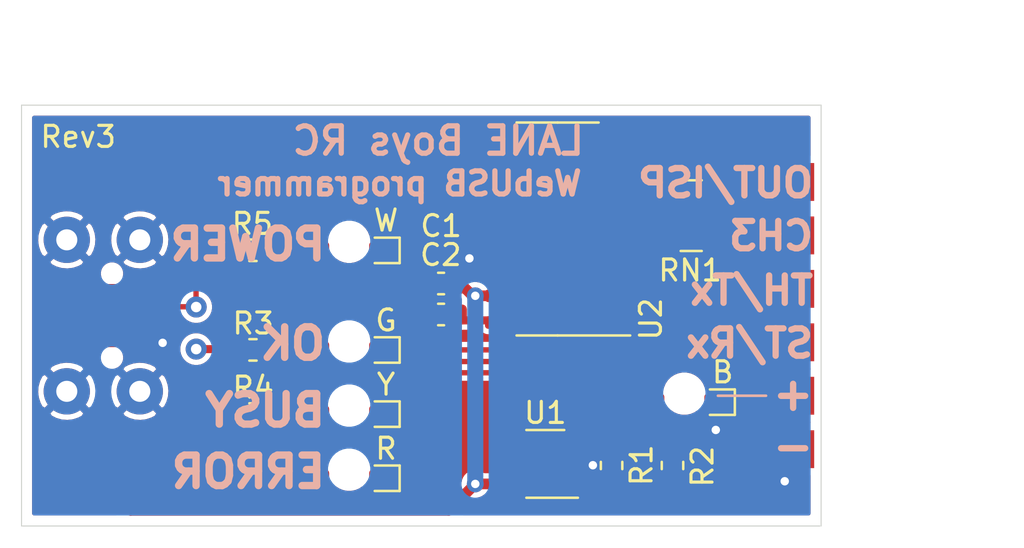
<source format=kicad_pcb>
(kicad_pcb (version 20171130) (host pcbnew 5.1.10-88a1d61d58~88~ubuntu18.04.1)

  (general
    (thickness 1.6)
    (drawings 25)
    (tracks 136)
    (zones 0)
    (modules 19)
    (nets 24)
  )

  (page A4)
  (layers
    (0 F.Cu signal)
    (31 B.Cu signal)
    (32 B.Adhes user hide)
    (33 F.Adhes user hide)
    (34 B.Paste user hide)
    (35 F.Paste user hide)
    (36 B.SilkS user)
    (37 F.SilkS user)
    (38 B.Mask user hide)
    (39 F.Mask user hide)
    (40 Dwgs.User user hide)
    (41 Cmts.User user)
    (42 Eco1.User user hide)
    (43 Eco2.User user hide)
    (44 Edge.Cuts user)
    (45 Margin user hide)
    (46 B.CrtYd user)
    (47 F.CrtYd user)
    (48 B.Fab user hide)
    (49 F.Fab user)
  )

  (setup
    (last_trace_width 0.2032)
    (user_trace_width 0.2032)
    (user_trace_width 0.381)
    (user_trace_width 0.508)
    (user_trace_width 0.762)
    (user_trace_width 1.016)
    (trace_clearance 0.2032)
    (zone_clearance 0.254)
    (zone_45_only no)
    (trace_min 0.2)
    (via_size 0.8)
    (via_drill 0.4)
    (via_min_size 0.4)
    (via_min_drill 0.3)
    (uvia_size 0.3)
    (uvia_drill 0.1)
    (uvias_allowed no)
    (uvia_min_size 0.2)
    (uvia_min_drill 0.1)
    (edge_width 0.05)
    (segment_width 0.2)
    (pcb_text_width 0.3)
    (pcb_text_size 1.5 1.5)
    (mod_edge_width 0.12)
    (mod_text_size 1 1)
    (mod_text_width 0.15)
    (pad_size 1.524 1.524)
    (pad_drill 0.762)
    (pad_to_mask_clearance 0)
    (aux_axis_origin 100 100)
    (visible_elements FFFFFF7F)
    (pcbplotparams
      (layerselection 0x010f8_ffffffff)
      (usegerberextensions false)
      (usegerberattributes false)
      (usegerberadvancedattributes false)
      (creategerberjobfile false)
      (excludeedgelayer true)
      (linewidth 0.100000)
      (plotframeref false)
      (viasonmask false)
      (mode 1)
      (useauxorigin false)
      (hpglpennumber 1)
      (hpglpenspeed 20)
      (hpglpendiameter 15.000000)
      (psnegative false)
      (psa4output false)
      (plotreference true)
      (plotvalue true)
      (plotinvisibletext false)
      (padsonsilk false)
      (subtractmaskfromsilk true)
      (outputformat 1)
      (mirror false)
      (drillshape 0)
      (scaleselection 1)
      (outputdirectory "gerber/"))
  )

  (net 0 "")
  (net 1 GND)
  (net 2 +5V)
  (net 3 +3V3)
  (net 4 "Net-(D5-Pad2)")
  (net 5 /USB-DM)
  (net 6 /USB-DP)
  (net 7 /VLIGHT)
  (net 8 /OK)
  (net 9 /BUSY)
  (net 10 /ERROR)
  (net 11 /ISP)
  (net 12 /RX)
  (net 13 /TX)
  (net 14 /EN)
  (net 15 /SHORT)
  (net 16 /CH3)
  (net 17 "Net-(D1-Pad2)")
  (net 18 "Net-(D2-Pad2)")
  (net 19 "Net-(D3-Pad2)")
  (net 20 "Net-(J1-Pad4)")
  (net 21 "Net-(J1-Pad6)")
  (net 22 "Net-(J1-Pad5)")
  (net 23 "Net-(J1-Pad3)")

  (net_class Default "This is the default net class."
    (clearance 0.2032)
    (trace_width 0.254)
    (via_dia 0.8)
    (via_drill 0.4)
    (uvia_dia 0.3)
    (uvia_drill 0.1)
    (add_net +3V3)
    (add_net +5V)
    (add_net /BUSY)
    (add_net /CH3)
    (add_net /EN)
    (add_net /ERROR)
    (add_net /ISP)
    (add_net /OK)
    (add_net /RX)
    (add_net /SHORT)
    (add_net /TX)
    (add_net /USB-DM)
    (add_net /USB-DP)
    (add_net /VLIGHT)
    (add_net GND)
    (add_net "Net-(D1-Pad2)")
    (add_net "Net-(D2-Pad2)")
    (add_net "Net-(D3-Pad2)")
    (add_net "Net-(D5-Pad2)")
    (add_net "Net-(J1-Pad3)")
    (add_net "Net-(J1-Pad4)")
    (add_net "Net-(J1-Pad5)")
    (add_net "Net-(J1-Pad6)")
    (add_net "Net-(J2-Pad4)")
    (add_net "Net-(U1-Pad3)")
    (add_net "Net-(U2-Pad11)")
    (add_net "Net-(U2-Pad6)")
  )

  (module WLA_USB:Mirco_USB_Type_B_LCSC_C40943 (layer F.Cu) (tedit 6056AA9D) (tstamp 6064FDAA)
    (at 100 100 270)
    (path /5E6F135C)
    (attr smd)
    (fp_text reference J2 (at 0 1.016 90) (layer F.SilkS) hide
      (effects (font (size 1 1) (thickness 0.15)))
    )
    (fp_text value USB_B_Micro (at 0 3.556 270) (layer F.Fab) hide
      (effects (font (size 1 1) (thickness 0.15)))
    )
    (fp_line (start -5 0) (end 5 0) (layer F.Fab) (width 0.1))
    (fp_text user "PCB edge" (at 4.5 0.6 90) (layer F.Fab)
      (effects (font (size 0.5 0.5) (thickness 0.075)))
    )
    (pad 6 thru_hole circle (at 3.6 -5.62 270) (size 2.2 2.2) (drill 1) (layers *.Cu *.Mask)
      (net 1 GND))
    (pad 6 thru_hole circle (at -3.6 -5.62 270) (size 2.2 2.2) (drill 1) (layers *.Cu *.Mask)
      (net 1 GND))
    (pad 6 thru_hole circle (at 3.6 -2.15 270) (size 2.2 2.2) (drill 1) (layers *.Cu *.Mask)
      (net 1 GND))
    (pad 6 thru_hole circle (at -3.6 -2.15 270) (size 2.2 2.2) (drill 1) (layers *.Cu *.Mask)
      (net 1 GND))
    (pad 3 smd rect (at 0 -5 270) (size 0.4 2) (layers F.Cu F.Paste F.Mask)
      (net 6 /USB-DP))
    (pad 2 smd rect (at -0.65 -5 270) (size 0.4 2) (layers F.Cu F.Paste F.Mask)
      (net 5 /USB-DM))
    (pad 4 smd rect (at 0.65 -5 270) (size 0.4 2) (layers F.Cu F.Paste F.Mask))
    (pad 1 smd rect (at -1.3 -5 270) (size 0.4 2) (layers F.Cu F.Paste F.Mask)
      (net 2 +5V))
    (pad 5 smd rect (at 1.3 -5 270) (size 0.4 2) (layers F.Cu F.Paste F.Mask)
      (net 1 GND))
    (pad "" np_thru_hole circle (at 2 -4.3 270) (size 0.55 0.55) (drill 0.55) (layers *.Cu))
    (pad "" np_thru_hole circle (at -2 -4.3 270) (size 0.55 0.55) (drill 0.55) (layers *.Cu))
  )

  (module WLA_LED_reverse_mount:LED_1204_side_mout (layer F.Cu) (tedit 605683F9) (tstamp 5E6F8D4C)
    (at 115.57 96.5964 180)
    (descr "LED SMD 1204")
    (tags "LED reverse mount")
    (path /5E6F89A9)
    (attr smd)
    (fp_text reference D5 (at 0 -1.7 180) (layer F.SilkS) hide
      (effects (font (size 1 1) (thickness 0.15)))
    )
    (fp_text value W (at -1.7526 0.9908 180) (layer F.Fab)
      (effects (font (size 1 1) (thickness 0.15)))
    )
    (fp_line (start 1 0) (end 1.5 0) (layer F.Fab) (width 0.1))
    (fp_line (start 1.5 -0.6) (end -1.2 -0.6) (layer F.Fab) (width 0.1))
    (fp_line (start -1.2 -0.6) (end -1.5 -0.3) (layer F.Fab) (width 0.1))
    (fp_line (start -1.5 -0.3) (end -1.5 0) (layer F.Fab) (width 0.1))
    (fp_line (start -1.5 0) (end -1 0) (layer F.Fab) (width 0.1))
    (fp_line (start 1.5 0) (end 1.5 -0.6) (layer F.Fab) (width 0.1))
    (fp_line (start -1.215 -0.91) (end -2.4 -0.91) (layer F.SilkS) (width 0.12))
    (fp_line (start -2.4 -0.91) (end -2.4 0.3) (layer F.SilkS) (width 0.12))
    (fp_line (start -2.4 0.3) (end -1.215 0.3) (layer F.SilkS) (width 0.12))
    (fp_line (start -2.3 0.3) (end -2.3 -0.9) (layer F.CrtYd) (width 0.05))
    (fp_line (start -2.3 -0.9) (end 2.3 -0.9) (layer F.CrtYd) (width 0.05))
    (fp_line (start 2.3 -0.9) (end 2.3 0.3) (layer F.CrtYd) (width 0.05))
    (fp_line (start -2.3 0.3) (end -1.2 0.3) (layer F.CrtYd) (width 0.05))
    (fp_line (start 1.2 0.3) (end 2.3 0.3) (layer F.CrtYd) (width 0.05))
    (fp_arc (start 0 0) (end -1.2 0.3) (angle -151.9275131) (layer F.CrtYd) (width 0.05))
    (fp_arc (start 0 0) (end -1 0) (angle -180) (layer F.Fab) (width 0.1))
    (fp_text user %R (at 0 0 180) (layer F.Fab)
      (effects (font (size 0.5 0.5) (thickness 0.08)))
    )
    (pad "" np_thru_hole circle (at 0 0.1 180) (size 1.5 1.5) (drill 1.5) (layers *.Cu *.Mask))
    (pad 1 smd roundrect (at -1.5 -0.3 180) (size 1.1 0.8) (layers F.Cu F.Paste F.Mask) (roundrect_rratio 0.192)
      (net 1 GND))
    (pad 2 smd roundrect (at 1.5 -0.3 180) (size 1.1 0.8) (layers F.Cu F.Paste F.Mask) (roundrect_rratio 0.192)
      (net 4 "Net-(D5-Pad2)"))
    (model ${KISYS3DMOD}/LED_SMD.3dshapes/LED_1206_3216Metric.step
      (offset (xyz 0 0.53 0.25))
      (scale (xyz 1 0.5 1))
      (rotate (xyz -90 0 0))
    )
  )

  (module WLA_LED_reverse_mount:LED_1204_side_mout (layer F.Cu) (tedit 605683F9) (tstamp 5E6F767E)
    (at 115.57 107.426 180)
    (descr "LED SMD 1204")
    (tags "LED reverse mount")
    (path /5E6F7DEF)
    (attr smd)
    (fp_text reference D4 (at 0 -1.7) (layer F.SilkS) hide
      (effects (font (size 1 1) (thickness 0.15)))
    )
    (fp_text value R (at -1.7526 1.0762) (layer F.Fab)
      (effects (font (size 1 1) (thickness 0.15)))
    )
    (fp_line (start 1 0) (end 1.5 0) (layer F.Fab) (width 0.1))
    (fp_line (start 1.5 -0.6) (end -1.2 -0.6) (layer F.Fab) (width 0.1))
    (fp_line (start -1.2 -0.6) (end -1.5 -0.3) (layer F.Fab) (width 0.1))
    (fp_line (start -1.5 -0.3) (end -1.5 0) (layer F.Fab) (width 0.1))
    (fp_line (start -1.5 0) (end -1 0) (layer F.Fab) (width 0.1))
    (fp_line (start 1.5 0) (end 1.5 -0.6) (layer F.Fab) (width 0.1))
    (fp_line (start -1.215 -0.91) (end -2.4 -0.91) (layer F.SilkS) (width 0.12))
    (fp_line (start -2.4 -0.91) (end -2.4 0.3) (layer F.SilkS) (width 0.12))
    (fp_line (start -2.4 0.3) (end -1.215 0.3) (layer F.SilkS) (width 0.12))
    (fp_line (start -2.3 0.3) (end -2.3 -0.9) (layer F.CrtYd) (width 0.05))
    (fp_line (start -2.3 -0.9) (end 2.3 -0.9) (layer F.CrtYd) (width 0.05))
    (fp_line (start 2.3 -0.9) (end 2.3 0.3) (layer F.CrtYd) (width 0.05))
    (fp_line (start -2.3 0.3) (end -1.2 0.3) (layer F.CrtYd) (width 0.05))
    (fp_line (start 1.2 0.3) (end 2.3 0.3) (layer F.CrtYd) (width 0.05))
    (fp_arc (start 0 0) (end -1.2 0.3) (angle -151.9275131) (layer F.CrtYd) (width 0.05))
    (fp_arc (start 0 0) (end -1 0) (angle -180) (layer F.Fab) (width 0.1))
    (fp_text user %R (at 0 0) (layer F.Fab)
      (effects (font (size 0.5 0.5) (thickness 0.08)))
    )
    (pad "" np_thru_hole circle (at 0 0.1 180) (size 1.5 1.5) (drill 1.5) (layers *.Cu *.Mask))
    (pad 1 smd roundrect (at -1.5 -0.3 180) (size 1.1 0.8) (layers F.Cu F.Paste F.Mask) (roundrect_rratio 0.192)
      (net 10 /ERROR))
    (pad 2 smd roundrect (at 1.5 -0.3 180) (size 1.1 0.8) (layers F.Cu F.Paste F.Mask) (roundrect_rratio 0.192)
      (net 19 "Net-(D3-Pad2)"))
    (model ${KISYS3DMOD}/LED_SMD.3dshapes/LED_1206_3216Metric.step
      (offset (xyz 0 0.53 0.25))
      (scale (xyz 1 0.5 1))
      (rotate (xyz -90 0 0))
    )
  )

  (module WLA_LED_reverse_mount:LED_1204_side_mout (layer F.Cu) (tedit 605683F9) (tstamp 5E6F766B)
    (at 115.57 104.378 180)
    (descr "LED SMD 1204")
    (tags "LED reverse mount")
    (path /5E6F790B)
    (attr smd)
    (fp_text reference D3 (at 0 -1.7) (layer F.SilkS) hide
      (effects (font (size 1 1) (thickness 0.15)))
    )
    (fp_text value Y (at -1.7272 1.1016) (layer F.Fab)
      (effects (font (size 1 1) (thickness 0.15)))
    )
    (fp_line (start 1 0) (end 1.5 0) (layer F.Fab) (width 0.1))
    (fp_line (start 1.5 -0.6) (end -1.2 -0.6) (layer F.Fab) (width 0.1))
    (fp_line (start -1.2 -0.6) (end -1.5 -0.3) (layer F.Fab) (width 0.1))
    (fp_line (start -1.5 -0.3) (end -1.5 0) (layer F.Fab) (width 0.1))
    (fp_line (start -1.5 0) (end -1 0) (layer F.Fab) (width 0.1))
    (fp_line (start 1.5 0) (end 1.5 -0.6) (layer F.Fab) (width 0.1))
    (fp_line (start -1.215 -0.91) (end -2.4 -0.91) (layer F.SilkS) (width 0.12))
    (fp_line (start -2.4 -0.91) (end -2.4 0.3) (layer F.SilkS) (width 0.12))
    (fp_line (start -2.4 0.3) (end -1.215 0.3) (layer F.SilkS) (width 0.12))
    (fp_line (start -2.3 0.3) (end -2.3 -0.9) (layer F.CrtYd) (width 0.05))
    (fp_line (start -2.3 -0.9) (end 2.3 -0.9) (layer F.CrtYd) (width 0.05))
    (fp_line (start 2.3 -0.9) (end 2.3 0.3) (layer F.CrtYd) (width 0.05))
    (fp_line (start -2.3 0.3) (end -1.2 0.3) (layer F.CrtYd) (width 0.05))
    (fp_line (start 1.2 0.3) (end 2.3 0.3) (layer F.CrtYd) (width 0.05))
    (fp_arc (start 0 0) (end -1.2 0.3) (angle -151.9275131) (layer F.CrtYd) (width 0.05))
    (fp_arc (start 0 0) (end -1 0) (angle -180) (layer F.Fab) (width 0.1))
    (fp_text user %R (at 0 0) (layer F.Fab)
      (effects (font (size 0.5 0.5) (thickness 0.08)))
    )
    (pad "" np_thru_hole circle (at 0 0.1 180) (size 1.5 1.5) (drill 1.5) (layers *.Cu *.Mask))
    (pad 1 smd roundrect (at -1.5 -0.3 180) (size 1.1 0.8) (layers F.Cu F.Paste F.Mask) (roundrect_rratio 0.192)
      (net 9 /BUSY))
    (pad 2 smd roundrect (at 1.5 -0.3 180) (size 1.1 0.8) (layers F.Cu F.Paste F.Mask) (roundrect_rratio 0.192)
      (net 19 "Net-(D3-Pad2)"))
    (model ${KISYS3DMOD}/LED_SMD.3dshapes/LED_1206_3216Metric.step
      (offset (xyz 0 0.53 0.25))
      (scale (xyz 1 0.5 1))
      (rotate (xyz -90 0 0))
    )
  )

  (module WLA_LED_reverse_mount:LED_1204_side_mout (layer F.Cu) (tedit 605683F9) (tstamp 5E6F7658)
    (at 115.57 101.33 180)
    (descr "LED SMD 1204")
    (tags "LED reverse mount")
    (path /5E6F6F74)
    (attr smd)
    (fp_text reference D2 (at 0 -1.7) (layer F.SilkS) hide
      (effects (font (size 1 1) (thickness 0.15)))
    )
    (fp_text value G (at -1.7272 1.127) (layer F.Fab)
      (effects (font (size 1 1) (thickness 0.15)))
    )
    (fp_line (start 1 0) (end 1.5 0) (layer F.Fab) (width 0.1))
    (fp_line (start 1.5 -0.6) (end -1.2 -0.6) (layer F.Fab) (width 0.1))
    (fp_line (start -1.2 -0.6) (end -1.5 -0.3) (layer F.Fab) (width 0.1))
    (fp_line (start -1.5 -0.3) (end -1.5 0) (layer F.Fab) (width 0.1))
    (fp_line (start -1.5 0) (end -1 0) (layer F.Fab) (width 0.1))
    (fp_line (start 1.5 0) (end 1.5 -0.6) (layer F.Fab) (width 0.1))
    (fp_line (start -1.215 -0.91) (end -2.4 -0.91) (layer F.SilkS) (width 0.12))
    (fp_line (start -2.4 -0.91) (end -2.4 0.3) (layer F.SilkS) (width 0.12))
    (fp_line (start -2.4 0.3) (end -1.215 0.3) (layer F.SilkS) (width 0.12))
    (fp_line (start -2.3 0.3) (end -2.3 -0.9) (layer F.CrtYd) (width 0.05))
    (fp_line (start -2.3 -0.9) (end 2.3 -0.9) (layer F.CrtYd) (width 0.05))
    (fp_line (start 2.3 -0.9) (end 2.3 0.3) (layer F.CrtYd) (width 0.05))
    (fp_line (start -2.3 0.3) (end -1.2 0.3) (layer F.CrtYd) (width 0.05))
    (fp_line (start 1.2 0.3) (end 2.3 0.3) (layer F.CrtYd) (width 0.05))
    (fp_arc (start 0 0) (end -1.2 0.3) (angle -151.9275131) (layer F.CrtYd) (width 0.05))
    (fp_arc (start 0 0) (end -1 0) (angle -180) (layer F.Fab) (width 0.1))
    (fp_text user %R (at 0 0) (layer F.Fab)
      (effects (font (size 0.5 0.5) (thickness 0.08)))
    )
    (pad "" np_thru_hole circle (at 0 0.1 180) (size 1.5 1.5) (drill 1.5) (layers *.Cu *.Mask))
    (pad 1 smd roundrect (at -1.5 -0.3 180) (size 1.1 0.8) (layers F.Cu F.Paste F.Mask) (roundrect_rratio 0.192)
      (net 8 /OK))
    (pad 2 smd roundrect (at 1.5 -0.3 180) (size 1.1 0.8) (layers F.Cu F.Paste F.Mask) (roundrect_rratio 0.192)
      (net 18 "Net-(D2-Pad2)"))
    (model ${KISYS3DMOD}/LED_SMD.3dshapes/LED_1206_3216Metric.step
      (offset (xyz 0 0.53 0.25))
      (scale (xyz 1 0.5 1))
      (rotate (xyz -90 0 0))
    )
  )

  (module WLA_LED_reverse_mount:LED_1204_side_mout (layer F.Cu) (tedit 605683F9) (tstamp 5E6F8727)
    (at 131.5 103.81 180)
    (descr "LED SMD 1204")
    (tags "LED reverse mount")
    (path /5E6F8DF4)
    (attr smd)
    (fp_text reference D1 (at 0 -1.7) (layer F.SilkS) hide
      (effects (font (size 1 1) (thickness 0.15)))
    )
    (fp_text value B (at -1.8246 1.0924) (layer F.Fab)
      (effects (font (size 1 1) (thickness 0.15)))
    )
    (fp_line (start 1 0) (end 1.5 0) (layer F.Fab) (width 0.1))
    (fp_line (start 1.5 -0.6) (end -1.2 -0.6) (layer F.Fab) (width 0.1))
    (fp_line (start -1.2 -0.6) (end -1.5 -0.3) (layer F.Fab) (width 0.1))
    (fp_line (start -1.5 -0.3) (end -1.5 0) (layer F.Fab) (width 0.1))
    (fp_line (start -1.5 0) (end -1 0) (layer F.Fab) (width 0.1))
    (fp_line (start 1.5 0) (end 1.5 -0.6) (layer F.Fab) (width 0.1))
    (fp_line (start -1.215 -0.91) (end -2.4 -0.91) (layer F.SilkS) (width 0.12))
    (fp_line (start -2.4 -0.91) (end -2.4 0.3) (layer F.SilkS) (width 0.12))
    (fp_line (start -2.4 0.3) (end -1.215 0.3) (layer F.SilkS) (width 0.12))
    (fp_line (start -2.3 0.3) (end -2.3 -0.9) (layer F.CrtYd) (width 0.05))
    (fp_line (start -2.3 -0.9) (end 2.3 -0.9) (layer F.CrtYd) (width 0.05))
    (fp_line (start 2.3 -0.9) (end 2.3 0.3) (layer F.CrtYd) (width 0.05))
    (fp_line (start -2.3 0.3) (end -1.2 0.3) (layer F.CrtYd) (width 0.05))
    (fp_line (start 1.2 0.3) (end 2.3 0.3) (layer F.CrtYd) (width 0.05))
    (fp_arc (start 0 0) (end -1.2 0.3) (angle -151.9275131) (layer F.CrtYd) (width 0.05))
    (fp_arc (start 0 0) (end -1 0) (angle -180) (layer F.Fab) (width 0.1))
    (fp_text user %R (at 0 0) (layer F.Fab)
      (effects (font (size 0.5 0.5) (thickness 0.08)))
    )
    (pad "" np_thru_hole circle (at 0 0.1 180) (size 1.5 1.5) (drill 1.5) (layers *.Cu *.Mask))
    (pad 1 smd roundrect (at -1.5 -0.3 180) (size 1.1 0.8) (layers F.Cu F.Paste F.Mask) (roundrect_rratio 0.192)
      (net 1 GND))
    (pad 2 smd roundrect (at 1.5 -0.3 180) (size 1.1 0.8) (layers F.Cu F.Paste F.Mask) (roundrect_rratio 0.192)
      (net 17 "Net-(D1-Pad2)"))
    (model ${KISYS3DMOD}/LED_SMD.3dshapes/LED_1206_3216Metric.step
      (offset (xyz 0 0.53 0.25))
      (scale (xyz 1 0.5 1))
      (rotate (xyz -90 0 0))
    )
  )

  (module WLA_pinheader:TestPoint_THTPad_1.0x1.0mm_Drill0.5mm_nosilk (layer F.Cu) (tedit 60508DD1) (tstamp 605095D1)
    (at 108.3 99.5936 90)
    (descr "THT rectangular pad as test Point, square 1.0mm side length, hole diameter 0.5mm")
    (tags "test point THT pad rectangle square")
    (path /6050F171)
    (attr virtual)
    (fp_text reference TP2 (at 0 -1.448 90) (layer F.SilkS) hide
      (effects (font (size 1 1) (thickness 0.15)))
    )
    (fp_text value " " (at 0 1.55 90) (layer F.Fab)
      (effects (font (size 1 1) (thickness 0.15)))
    )
    (fp_line (start -1 -1) (end 1 -1) (layer F.CrtYd) (width 0.05))
    (fp_line (start -1 -1) (end -1 1) (layer F.CrtYd) (width 0.05))
    (fp_line (start 1 1) (end 1 -1) (layer F.CrtYd) (width 0.05))
    (fp_line (start 1 1) (end -1 1) (layer F.CrtYd) (width 0.05))
    (fp_text user %R (at 0 -1.45 90) (layer F.Fab) hide
      (effects (font (size 1 1) (thickness 0.15)))
    )
    (pad 1 thru_hole circle (at 0 0 90) (size 1 1) (drill 0.5) (layers *.Cu *.Mask)
      (net 6 /USB-DP))
  )

  (module WLA_pinheader:TestPoint_THTPad_1.0x1.0mm_Drill0.5mm_nosilk (layer F.Cu) (tedit 60508DD1) (tstamp 605095C3)
    (at 108.3 101.5936 90)
    (descr "THT rectangular pad as test Point, square 1.0mm side length, hole diameter 0.5mm")
    (tags "test point THT pad rectangle square")
    (path /6050C7A0)
    (attr virtual)
    (fp_text reference TP1 (at 0 -1.448 90) (layer F.SilkS) hide
      (effects (font (size 1 1) (thickness 0.15)))
    )
    (fp_text value " " (at 0 1.55 90) (layer F.Fab)
      (effects (font (size 1 1) (thickness 0.15)))
    )
    (fp_line (start -1 -1) (end 1 -1) (layer F.CrtYd) (width 0.05))
    (fp_line (start -1 -1) (end -1 1) (layer F.CrtYd) (width 0.05))
    (fp_line (start 1 1) (end 1 -1) (layer F.CrtYd) (width 0.05))
    (fp_line (start 1 1) (end -1 1) (layer F.CrtYd) (width 0.05))
    (fp_text user %R (at 0 -1.45 90) (layer F.Fab) hide
      (effects (font (size 1 1) (thickness 0.15)))
    )
    (pad 1 thru_hole circle (at 0 0 90) (size 1 1) (drill 0.5) (layers *.Cu *.Mask)
      (net 3 +3V3))
  )

  (module Capacitor_SMD:C_0603_1608Metric (layer F.Cu) (tedit 5F68FEEE) (tstamp 60571804)
    (at 119.9388 98.4758 180)
    (descr "Capacitor SMD 0603 (1608 Metric), square (rectangular) end terminal, IPC_7351 nominal, (Body size source: IPC-SM-782 page 76, https://www.pcb-3d.com/wordpress/wp-content/uploads/ipc-sm-782a_amendment_1_and_2.pdf), generated with kicad-footprint-generator")
    (tags capacitor)
    (path /605205A6)
    (attr smd)
    (fp_text reference C1 (at 0 2.73304) (layer F.SilkS)
      (effects (font (size 1 1) (thickness 0.15)))
    )
    (fp_text value 1u (at -0.0254 1.2192) (layer F.Fab)
      (effects (font (size 1 1) (thickness 0.15)))
    )
    (fp_line (start 1.48 0.73) (end -1.48 0.73) (layer F.CrtYd) (width 0.05))
    (fp_line (start 1.48 -0.73) (end 1.48 0.73) (layer F.CrtYd) (width 0.05))
    (fp_line (start -1.48 -0.73) (end 1.48 -0.73) (layer F.CrtYd) (width 0.05))
    (fp_line (start -1.48 0.73) (end -1.48 -0.73) (layer F.CrtYd) (width 0.05))
    (fp_line (start -0.14058 0.51) (end 0.14058 0.51) (layer F.SilkS) (width 0.12))
    (fp_line (start -0.14058 -0.51) (end 0.14058 -0.51) (layer F.SilkS) (width 0.12))
    (fp_line (start 0.8 0.4) (end -0.8 0.4) (layer F.Fab) (width 0.1))
    (fp_line (start 0.8 -0.4) (end 0.8 0.4) (layer F.Fab) (width 0.1))
    (fp_line (start -0.8 -0.4) (end 0.8 -0.4) (layer F.Fab) (width 0.1))
    (fp_line (start -0.8 0.4) (end -0.8 -0.4) (layer F.Fab) (width 0.1))
    (fp_text user %R (at 0 0) (layer F.Fab)
      (effects (font (size 0.4 0.4) (thickness 0.06)))
    )
    (pad 2 smd roundrect (at 0.775 0 180) (size 0.9 0.95) (layers F.Cu F.Paste F.Mask) (roundrect_rratio 0.25)
      (net 1 GND))
    (pad 1 smd roundrect (at -0.775 0 180) (size 0.9 0.95) (layers F.Cu F.Paste F.Mask) (roundrect_rratio 0.25)
      (net 2 +5V))
    (model ${KISYS3DMOD}/Capacitor_SMD.3dshapes/C_0603_1608Metric.wrl
      (at (xyz 0 0 0))
      (scale (xyz 1 1 1))
      (rotate (xyz 0 0 0))
    )
  )

  (module Package_TO_SOT_SMD:SOT-23-5 (layer F.Cu) (tedit 5A02FF57) (tstamp 5E6F77B1)
    (at 124.8918 107.0483 180)
    (descr "5-pin SOT23 package")
    (tags SOT-23-5)
    (path /5E709E73)
    (attr smd)
    (fp_text reference U1 (at 0 2.4257) (layer F.SilkS)
      (effects (font (size 1 1) (thickness 0.15)))
    )
    (fp_text value STMPS2141STR (at 1.27 2.4511 180) (layer F.Fab)
      (effects (font (size 0.8 0.8) (thickness 0.15)))
    )
    (fp_line (start 0.9 -1.55) (end 0.9 1.55) (layer F.Fab) (width 0.1))
    (fp_line (start 0.9 1.55) (end -0.9 1.55) (layer F.Fab) (width 0.1))
    (fp_line (start -0.9 -0.9) (end -0.9 1.55) (layer F.Fab) (width 0.1))
    (fp_line (start 0.9 -1.55) (end -0.25 -1.55) (layer F.Fab) (width 0.1))
    (fp_line (start -0.9 -0.9) (end -0.25 -1.55) (layer F.Fab) (width 0.1))
    (fp_line (start -1.9 1.8) (end -1.9 -1.8) (layer F.CrtYd) (width 0.05))
    (fp_line (start 1.9 1.8) (end -1.9 1.8) (layer F.CrtYd) (width 0.05))
    (fp_line (start 1.9 -1.8) (end 1.9 1.8) (layer F.CrtYd) (width 0.05))
    (fp_line (start -1.9 -1.8) (end 1.9 -1.8) (layer F.CrtYd) (width 0.05))
    (fp_line (start 0.9 -1.61) (end -1.55 -1.61) (layer F.SilkS) (width 0.12))
    (fp_line (start -0.9 1.61) (end 0.9 1.61) (layer F.SilkS) (width 0.12))
    (fp_text user %R (at 0 0 90) (layer F.Fab)
      (effects (font (size 0.5 0.5) (thickness 0.075)))
    )
    (pad 5 smd rect (at 1.1 -0.95 180) (size 1.06 0.65) (layers F.Cu F.Paste F.Mask)
      (net 2 +5V))
    (pad 4 smd rect (at 1.1 0.95 180) (size 1.06 0.65) (layers F.Cu F.Paste F.Mask)
      (net 14 /EN))
    (pad 3 smd rect (at -1.1 0.95 180) (size 1.06 0.65) (layers F.Cu F.Paste F.Mask))
    (pad 2 smd rect (at -1.1 0 180) (size 1.06 0.65) (layers F.Cu F.Paste F.Mask)
      (net 1 GND))
    (pad 1 smd rect (at -1.1 -0.95 180) (size 1.06 0.65) (layers F.Cu F.Paste F.Mask)
      (net 7 /VLIGHT))
    (model ${KISYS3DMOD}/Package_TO_SOT_SMD.3dshapes/SOT-23-5.wrl
      (at (xyz 0 0 0))
      (scale (xyz 1 1 1))
      (rotate (xyz 0 0 0))
    )
  )

  (module Package_SO:SO-16_3.9x9.9mm_P1.27mm (layer F.Cu) (tedit 5E888720) (tstamp 60471BC5)
    (at 125.476 95.885 180)
    (descr "SO, 16 Pin (https://www.nxp.com/docs/en/package-information/SOT109-1.pdf), generated with kicad-footprint-generator ipc_gullwing_generator.py")
    (tags "SO SO")
    (path /604D2755)
    (attr smd)
    (fp_text reference U2 (at -4.4323 -4.2799 90) (layer F.SilkS)
      (effects (font (size 1 1) (thickness 0.15)))
    )
    (fp_text value CH552G (at 0.1524 -1.651 90) (layer F.Fab)
      (effects (font (size 1 1) (thickness 0.15)))
    )
    (fp_line (start 3.7 -5.2) (end -3.7 -5.2) (layer F.CrtYd) (width 0.05))
    (fp_line (start 3.7 5.2) (end 3.7 -5.2) (layer F.CrtYd) (width 0.05))
    (fp_line (start -3.7 5.2) (end 3.7 5.2) (layer F.CrtYd) (width 0.05))
    (fp_line (start -3.7 -5.2) (end -3.7 5.2) (layer F.CrtYd) (width 0.05))
    (fp_line (start -1.95 -3.975) (end -0.975 -4.95) (layer F.Fab) (width 0.1))
    (fp_line (start -1.95 4.95) (end -1.95 -3.975) (layer F.Fab) (width 0.1))
    (fp_line (start 1.95 4.95) (end -1.95 4.95) (layer F.Fab) (width 0.1))
    (fp_line (start 1.95 -4.95) (end 1.95 4.95) (layer F.Fab) (width 0.1))
    (fp_line (start -0.975 -4.95) (end 1.95 -4.95) (layer F.Fab) (width 0.1))
    (fp_line (start 0 -5.06) (end -3.45 -5.06) (layer F.SilkS) (width 0.12))
    (fp_line (start 0 -5.06) (end 1.95 -5.06) (layer F.SilkS) (width 0.12))
    (fp_line (start 0 5.06) (end -1.95 5.06) (layer F.SilkS) (width 0.12))
    (fp_line (start 0 5.06) (end 1.95 5.06) (layer F.SilkS) (width 0.12))
    (fp_text user %R (at 0.0254 3.8862) (layer F.Fab)
      (effects (font (size 0.98 0.98) (thickness 0.15)))
    )
    (pad 16 smd roundrect (at 2.575 -4.445 180) (size 1.75 0.6) (layers F.Cu F.Paste F.Mask) (roundrect_rratio 0.25)
      (net 3 +3V3))
    (pad 15 smd roundrect (at 2.575 -3.175 180) (size 1.75 0.6) (layers F.Cu F.Paste F.Mask) (roundrect_rratio 0.25)
      (net 2 +5V))
    (pad 14 smd roundrect (at 2.575 -1.905 180) (size 1.75 0.6) (layers F.Cu F.Paste F.Mask) (roundrect_rratio 0.25)
      (net 1 GND))
    (pad 13 smd roundrect (at 2.575 -0.635 180) (size 1.75 0.6) (layers F.Cu F.Paste F.Mask) (roundrect_rratio 0.25)
      (net 5 /USB-DM))
    (pad 12 smd roundrect (at 2.575 0.635 180) (size 1.75 0.6) (layers F.Cu F.Paste F.Mask) (roundrect_rratio 0.25)
      (net 6 /USB-DP))
    (pad 11 smd roundrect (at 2.575 1.905 180) (size 1.75 0.6) (layers F.Cu F.Paste F.Mask) (roundrect_rratio 0.25))
    (pad 10 smd roundrect (at 2.575 3.175 180) (size 1.75 0.6) (layers F.Cu F.Paste F.Mask) (roundrect_rratio 0.25)
      (net 8 /OK))
    (pad 9 smd roundrect (at 2.575 4.445 180) (size 1.75 0.6) (layers F.Cu F.Paste F.Mask) (roundrect_rratio 0.25)
      (net 9 /BUSY))
    (pad 8 smd roundrect (at -2.575 4.445 180) (size 1.75 0.6) (layers F.Cu F.Paste F.Mask) (roundrect_rratio 0.25)
      (net 11 /ISP))
    (pad 7 smd roundrect (at -2.575 3.175 180) (size 1.75 0.6) (layers F.Cu F.Paste F.Mask) (roundrect_rratio 0.25)
      (net 16 /CH3))
    (pad 6 smd roundrect (at -2.575 1.905 180) (size 1.75 0.6) (layers F.Cu F.Paste F.Mask) (roundrect_rratio 0.25))
    (pad 5 smd roundrect (at -2.575 0.635 180) (size 1.75 0.6) (layers F.Cu F.Paste F.Mask) (roundrect_rratio 0.25)
      (net 13 /TX))
    (pad 4 smd roundrect (at -2.575 -0.635 180) (size 1.75 0.6) (layers F.Cu F.Paste F.Mask) (roundrect_rratio 0.25)
      (net 12 /RX))
    (pad 3 smd roundrect (at -2.575 -1.905 180) (size 1.75 0.6) (layers F.Cu F.Paste F.Mask) (roundrect_rratio 0.25)
      (net 10 /ERROR))
    (pad 2 smd roundrect (at -2.575 -3.175 180) (size 1.75 0.6) (layers F.Cu F.Paste F.Mask) (roundrect_rratio 0.25)
      (net 14 /EN))
    (pad 1 smd roundrect (at -2.575 -4.445 180) (size 1.75 0.6) (layers F.Cu F.Paste F.Mask) (roundrect_rratio 0.25)
      (net 15 /SHORT))
    (model ${KISYS3DMOD}/Package_SO.3dshapes/SO-16_3.9x9.9mm_P1.27mm.wrl
      (at (xyz 0 0 0))
      (scale (xyz 1 1 1))
      (rotate (xyz 0 0 0))
    )
    (model ${KISYS3DMOD}/Package_SO.3dshapes/SOIC-16_3.9x9.9mm_P1.27mm.step
      (at (xyz 0 0 0))
      (scale (xyz 1 1 1))
      (rotate (xyz 0 0 0))
    )
  )

  (module Capacitor_SMD:C_0603_1608Metric (layer F.Cu) (tedit 5F68FEEE) (tstamp 5E70B818)
    (at 119.9388 99.949 180)
    (descr "Capacitor SMD 0603 (1608 Metric), square (rectangular) end terminal, IPC_7351 nominal, (Body size source: IPC-SM-782 page 76, https://www.pcb-3d.com/wordpress/wp-content/uploads/ipc-sm-782a_amendment_1_and_2.pdf), generated with kicad-footprint-generator")
    (tags capacitor)
    (path /5E7914FA)
    (attr smd)
    (fp_text reference C2 (at 0.01524 2.82956 180) (layer F.SilkS)
      (effects (font (size 1 1) (thickness 0.15)))
    )
    (fp_text value 100n (at -0.9398 -1.3716) (layer F.Fab)
      (effects (font (size 1 1) (thickness 0.15)))
    )
    (fp_line (start 1.48 0.73) (end -1.48 0.73) (layer F.CrtYd) (width 0.05))
    (fp_line (start 1.48 -0.73) (end 1.48 0.73) (layer F.CrtYd) (width 0.05))
    (fp_line (start -1.48 -0.73) (end 1.48 -0.73) (layer F.CrtYd) (width 0.05))
    (fp_line (start -1.48 0.73) (end -1.48 -0.73) (layer F.CrtYd) (width 0.05))
    (fp_line (start -0.14058 0.51) (end 0.14058 0.51) (layer F.SilkS) (width 0.12))
    (fp_line (start -0.14058 -0.51) (end 0.14058 -0.51) (layer F.SilkS) (width 0.12))
    (fp_line (start 0.8 0.4) (end -0.8 0.4) (layer F.Fab) (width 0.1))
    (fp_line (start 0.8 -0.4) (end 0.8 0.4) (layer F.Fab) (width 0.1))
    (fp_line (start -0.8 -0.4) (end 0.8 -0.4) (layer F.Fab) (width 0.1))
    (fp_line (start -0.8 0.4) (end -0.8 -0.4) (layer F.Fab) (width 0.1))
    (fp_text user %R (at 0 0) (layer F.Fab)
      (effects (font (size 0.4 0.4) (thickness 0.06)))
    )
    (pad 2 smd roundrect (at 0.775 0 180) (size 0.9 0.95) (layers F.Cu F.Paste F.Mask) (roundrect_rratio 0.25)
      (net 1 GND))
    (pad 1 smd roundrect (at -0.775 0 180) (size 0.9 0.95) (layers F.Cu F.Paste F.Mask) (roundrect_rratio 0.25)
      (net 3 +3V3))
    (model ${KISYS3DMOD}/Capacitor_SMD.3dshapes/C_0603_1608Metric.wrl
      (at (xyz 0 0 0))
      (scale (xyz 1 1 1))
      (rotate (xyz 0 0 0))
    )
  )

  (module WLA_pinheader:PinHeader_1x06_P2.54mm_Flat (layer F.Cu) (tedit 5F17D121) (tstamp 5FDD2121)
    (at 136.271 106.35 90)
    (path /5E6FE83D)
    (fp_text reference J1 (at 0 2.54 90) (layer F.SilkS) hide
      (effects (font (size 1 1) (thickness 0.15)))
    )
    (fp_text value "Light Controller" (at 5.842 2.3495 90) (layer F.Fab) hide
      (effects (font (size 1 1) (thickness 0.15)))
    )
    (pad 6 smd rect (at 12.7 0 90) (size 1.8 2.8) (layers F.Cu F.Mask)
      (net 21 "Net-(J1-Pad6)"))
    (pad 5 smd rect (at 10.16 0 90) (size 1.8 2.8) (layers F.Cu F.Mask)
      (net 22 "Net-(J1-Pad5)"))
    (pad 4 smd rect (at 7.62 0 90) (size 1.8 2.8) (layers F.Cu F.Mask)
      (net 20 "Net-(J1-Pad4)"))
    (pad 3 smd rect (at 5.08 0 90) (size 1.8 2.8) (layers F.Cu F.Mask)
      (net 23 "Net-(J1-Pad3)"))
    (pad 2 smd rect (at 2.54 0 90) (size 1.8 2.8) (layers F.Cu F.Mask)
      (net 7 /VLIGHT))
    (pad 1 smd rect (at 0 0 90) (size 1.8 2.8) (layers F.Cu F.Mask)
      (net 1 GND))
  )

  (module Resistor_SMD:R_Array_Convex_4x0603 (layer F.Cu) (tedit 58E0A8B2) (tstamp 5FDCB5EC)
    (at 131.826 95.25)
    (descr "Chip Resistor Network, ROHM MNR14 (see mnr_g.pdf)")
    (tags "resistor array")
    (path /5FDCE5F9)
    (attr smd)
    (fp_text reference RN1 (at -0.051 2.6035) (layer F.SilkS)
      (effects (font (size 1 1) (thickness 0.15)))
    )
    (fp_text value 1k (at 0 -2.413) (layer F.Fab)
      (effects (font (size 1 1) (thickness 0.15)))
    )
    (fp_line (start -0.8 -1.6) (end 0.8 -1.6) (layer F.Fab) (width 0.1))
    (fp_line (start 0.8 -1.6) (end 0.8 1.6) (layer F.Fab) (width 0.1))
    (fp_line (start 0.8 1.6) (end -0.8 1.6) (layer F.Fab) (width 0.1))
    (fp_line (start -0.8 1.6) (end -0.8 -1.6) (layer F.Fab) (width 0.1))
    (fp_line (start 0.5 1.68) (end -0.5 1.68) (layer F.SilkS) (width 0.12))
    (fp_line (start 0.5 -1.68) (end -0.5 -1.68) (layer F.SilkS) (width 0.12))
    (fp_line (start -1.55 -1.85) (end 1.55 -1.85) (layer F.CrtYd) (width 0.05))
    (fp_line (start -1.55 -1.85) (end -1.55 1.85) (layer F.CrtYd) (width 0.05))
    (fp_line (start 1.55 1.85) (end 1.55 -1.85) (layer F.CrtYd) (width 0.05))
    (fp_line (start 1.55 1.85) (end -1.55 1.85) (layer F.CrtYd) (width 0.05))
    (fp_text user %R (at 0 0 90) (layer F.Fab)
      (effects (font (size 0.5 0.5) (thickness 0.075)))
    )
    (pad 5 smd rect (at 0.9 1.2) (size 0.8 0.5) (layers F.Cu F.Paste F.Mask)
      (net 23 "Net-(J1-Pad3)"))
    (pad 6 smd rect (at 0.9 0.4) (size 0.8 0.4) (layers F.Cu F.Paste F.Mask)
      (net 20 "Net-(J1-Pad4)"))
    (pad 8 smd rect (at 0.9 -1.2) (size 0.8 0.5) (layers F.Cu F.Paste F.Mask)
      (net 21 "Net-(J1-Pad6)"))
    (pad 7 smd rect (at 0.9 -0.4) (size 0.8 0.4) (layers F.Cu F.Paste F.Mask)
      (net 22 "Net-(J1-Pad5)"))
    (pad 4 smd rect (at -0.9 1.2) (size 0.8 0.5) (layers F.Cu F.Paste F.Mask)
      (net 13 /TX))
    (pad 2 smd rect (at -0.9 -0.4) (size 0.8 0.4) (layers F.Cu F.Paste F.Mask)
      (net 16 /CH3))
    (pad 3 smd rect (at -0.9 0.4) (size 0.8 0.4) (layers F.Cu F.Paste F.Mask)
      (net 12 /RX))
    (pad 1 smd rect (at -0.9 -1.2) (size 0.8 0.5) (layers F.Cu F.Paste F.Mask)
      (net 11 /ISP))
    (model ${KISYS3DMOD}/Resistor_SMD.3dshapes/R_Array_Convex_4x0603.wrl
      (at (xyz 0 0 0))
      (scale (xyz 1 1 1))
      (rotate (xyz 0 0 0))
    )
  )

  (module Resistor_SMD:R_0603_1608Metric_Pad1.05x0.95mm_HandSolder (layer F.Cu) (tedit 5B301BBD) (tstamp 5E7064DD)
    (at 130.937 107.1245 90)
    (descr "Resistor SMD 0603 (1608 Metric), square (rectangular) end terminal, IPC_7351 nominal with elongated pad for handsoldering. (Body size source: http://www.tortai-tech.com/upload/download/2011102023233369053.pdf), generated with kicad-footprint-generator")
    (tags "resistor handsolder")
    (path /5E6FD03E)
    (attr smd)
    (fp_text reference R2 (at -0.0508 1.4224 90) (layer F.SilkS)
      (effects (font (size 1 1) (thickness 0.15)))
    )
    (fp_text value 1k8 (at -2.3495 0 90) (layer F.Fab)
      (effects (font (size 1 1) (thickness 0.15)))
    )
    (fp_line (start 1.65 0.73) (end -1.65 0.73) (layer F.CrtYd) (width 0.05))
    (fp_line (start 1.65 -0.73) (end 1.65 0.73) (layer F.CrtYd) (width 0.05))
    (fp_line (start -1.65 -0.73) (end 1.65 -0.73) (layer F.CrtYd) (width 0.05))
    (fp_line (start -1.65 0.73) (end -1.65 -0.73) (layer F.CrtYd) (width 0.05))
    (fp_line (start -0.171267 0.51) (end 0.171267 0.51) (layer F.SilkS) (width 0.12))
    (fp_line (start -0.171267 -0.51) (end 0.171267 -0.51) (layer F.SilkS) (width 0.12))
    (fp_line (start 0.8 0.4) (end -0.8 0.4) (layer F.Fab) (width 0.1))
    (fp_line (start 0.8 -0.4) (end 0.8 0.4) (layer F.Fab) (width 0.1))
    (fp_line (start -0.8 -0.4) (end 0.8 -0.4) (layer F.Fab) (width 0.1))
    (fp_line (start -0.8 0.4) (end -0.8 -0.4) (layer F.Fab) (width 0.1))
    (fp_text user %R (at 0 0 90) (layer F.Fab)
      (effects (font (size 0.4 0.4) (thickness 0.06)))
    )
    (pad 2 smd roundrect (at 0.875 0 90) (size 1.05 0.95) (layers F.Cu F.Paste F.Mask) (roundrect_rratio 0.25)
      (net 17 "Net-(D1-Pad2)"))
    (pad 1 smd roundrect (at -0.875 0 90) (size 1.05 0.95) (layers F.Cu F.Paste F.Mask) (roundrect_rratio 0.25)
      (net 7 /VLIGHT))
    (model ${KISYS3DMOD}/Resistor_SMD.3dshapes/R_0603_1608Metric.wrl
      (at (xyz 0 0 0))
      (scale (xyz 1 1 1))
      (rotate (xyz 0 0 0))
    )
  )

  (module Resistor_SMD:R_0603_1608Metric_Pad1.05x0.95mm_HandSolder (layer F.Cu) (tedit 5B301BBD) (tstamp 5FDC55A9)
    (at 128.0414 107.1245 90)
    (descr "Resistor SMD 0603 (1608 Metric), square (rectangular) end terminal, IPC_7351 nominal with elongated pad for handsoldering. (Body size source: http://www.tortai-tech.com/upload/download/2011102023233369053.pdf), generated with kicad-footprint-generator")
    (tags "resistor handsolder")
    (path /5E7997E9)
    (attr smd)
    (fp_text reference R1 (at 0.0127 1.4224 90) (layer F.SilkS)
      (effects (font (size 1 1) (thickness 0.15)))
    )
    (fp_text value 100 (at -2.3749 0.0254 90) (layer F.Fab)
      (effects (font (size 1 1) (thickness 0.15)))
    )
    (fp_line (start 1.65 0.73) (end -1.65 0.73) (layer F.CrtYd) (width 0.05))
    (fp_line (start 1.65 -0.73) (end 1.65 0.73) (layer F.CrtYd) (width 0.05))
    (fp_line (start -1.65 -0.73) (end 1.65 -0.73) (layer F.CrtYd) (width 0.05))
    (fp_line (start -1.65 0.73) (end -1.65 -0.73) (layer F.CrtYd) (width 0.05))
    (fp_line (start -0.171267 0.51) (end 0.171267 0.51) (layer F.SilkS) (width 0.12))
    (fp_line (start -0.171267 -0.51) (end 0.171267 -0.51) (layer F.SilkS) (width 0.12))
    (fp_line (start 0.8 0.4) (end -0.8 0.4) (layer F.Fab) (width 0.1))
    (fp_line (start 0.8 -0.4) (end 0.8 0.4) (layer F.Fab) (width 0.1))
    (fp_line (start -0.8 -0.4) (end 0.8 -0.4) (layer F.Fab) (width 0.1))
    (fp_line (start -0.8 0.4) (end -0.8 -0.4) (layer F.Fab) (width 0.1))
    (fp_text user %R (at 0 0 90) (layer F.Fab)
      (effects (font (size 0.4 0.4) (thickness 0.06)))
    )
    (pad 2 smd roundrect (at 0.875 0 90) (size 1.05 0.95) (layers F.Cu F.Paste F.Mask) (roundrect_rratio 0.25)
      (net 15 /SHORT))
    (pad 1 smd roundrect (at -0.875 0 90) (size 1.05 0.95) (layers F.Cu F.Paste F.Mask) (roundrect_rratio 0.25)
      (net 7 /VLIGHT))
    (model ${KISYS3DMOD}/Resistor_SMD.3dshapes/R_0603_1608Metric.wrl
      (at (xyz 0 0 0))
      (scale (xyz 1 1 1))
      (rotate (xyz 0 0 0))
    )
  )

  (module Resistor_SMD:R_0603_1608Metric_Pad1.05x0.95mm_HandSolder (layer F.Cu) (tedit 5B301BBD) (tstamp 5E778E66)
    (at 110.998 104.678)
    (descr "Resistor SMD 0603 (1608 Metric), square (rectangular) end terminal, IPC_7351 nominal with elongated pad for handsoldering. (Body size source: http://www.tortai-tech.com/upload/download/2011102023233369053.pdf), generated with kicad-footprint-generator")
    (tags "resistor handsolder")
    (path /5E6FC0B8)
    (attr smd)
    (fp_text reference R4 (at 0.0127 -1.2573) (layer F.SilkS)
      (effects (font (size 1 1) (thickness 0.15)))
    )
    (fp_text value 1k2 (at -0.0254 -1.173) (layer F.Fab)
      (effects (font (size 1 1) (thickness 0.15)))
    )
    (fp_line (start 1.65 0.73) (end -1.65 0.73) (layer F.CrtYd) (width 0.05))
    (fp_line (start 1.65 -0.73) (end 1.65 0.73) (layer F.CrtYd) (width 0.05))
    (fp_line (start -1.65 -0.73) (end 1.65 -0.73) (layer F.CrtYd) (width 0.05))
    (fp_line (start -1.65 0.73) (end -1.65 -0.73) (layer F.CrtYd) (width 0.05))
    (fp_line (start -0.171267 0.51) (end 0.171267 0.51) (layer F.SilkS) (width 0.12))
    (fp_line (start -0.171267 -0.51) (end 0.171267 -0.51) (layer F.SilkS) (width 0.12))
    (fp_line (start 0.8 0.4) (end -0.8 0.4) (layer F.Fab) (width 0.1))
    (fp_line (start 0.8 -0.4) (end 0.8 0.4) (layer F.Fab) (width 0.1))
    (fp_line (start -0.8 -0.4) (end 0.8 -0.4) (layer F.Fab) (width 0.1))
    (fp_line (start -0.8 0.4) (end -0.8 -0.4) (layer F.Fab) (width 0.1))
    (fp_text user %R (at 0 0) (layer F.Fab)
      (effects (font (size 0.4 0.4) (thickness 0.06)))
    )
    (pad 2 smd roundrect (at 0.875 0) (size 1.05 0.95) (layers F.Cu F.Paste F.Mask) (roundrect_rratio 0.25)
      (net 19 "Net-(D3-Pad2)"))
    (pad 1 smd roundrect (at -0.875 0) (size 1.05 0.95) (layers F.Cu F.Paste F.Mask) (roundrect_rratio 0.25)
      (net 3 +3V3))
    (model ${KISYS3DMOD}/Resistor_SMD.3dshapes/R_0603_1608Metric.wrl
      (at (xyz 0 0 0))
      (scale (xyz 1 1 1))
      (rotate (xyz 0 0 0))
    )
  )

  (module Resistor_SMD:R_0603_1608Metric_Pad1.05x0.95mm_HandSolder (layer F.Cu) (tedit 5B301BBD) (tstamp 5E709D00)
    (at 110.998 101.63)
    (descr "Resistor SMD 0603 (1608 Metric), square (rectangular) end terminal, IPC_7351 nominal with elongated pad for handsoldering. (Body size source: http://www.tortai-tech.com/upload/download/2011102023233369053.pdf), generated with kicad-footprint-generator")
    (tags "resistor handsolder")
    (path /5E6FABAC)
    (attr smd)
    (fp_text reference R3 (at 0.0127 -1.2573) (layer F.SilkS)
      (effects (font (size 1 1) (thickness 0.15)))
    )
    (fp_text value 180 (at 0.127 -1.173) (layer F.Fab)
      (effects (font (size 1 1) (thickness 0.15)))
    )
    (fp_line (start 1.65 0.73) (end -1.65 0.73) (layer F.CrtYd) (width 0.05))
    (fp_line (start 1.65 -0.73) (end 1.65 0.73) (layer F.CrtYd) (width 0.05))
    (fp_line (start -1.65 -0.73) (end 1.65 -0.73) (layer F.CrtYd) (width 0.05))
    (fp_line (start -1.65 0.73) (end -1.65 -0.73) (layer F.CrtYd) (width 0.05))
    (fp_line (start -0.171267 0.51) (end 0.171267 0.51) (layer F.SilkS) (width 0.12))
    (fp_line (start -0.171267 -0.51) (end 0.171267 -0.51) (layer F.SilkS) (width 0.12))
    (fp_line (start 0.8 0.4) (end -0.8 0.4) (layer F.Fab) (width 0.1))
    (fp_line (start 0.8 -0.4) (end 0.8 0.4) (layer F.Fab) (width 0.1))
    (fp_line (start -0.8 -0.4) (end 0.8 -0.4) (layer F.Fab) (width 0.1))
    (fp_line (start -0.8 0.4) (end -0.8 -0.4) (layer F.Fab) (width 0.1))
    (fp_text user %R (at 0 0) (layer F.Fab)
      (effects (font (size 0.4 0.4) (thickness 0.06)))
    )
    (pad 2 smd roundrect (at 0.875 0) (size 1.05 0.95) (layers F.Cu F.Paste F.Mask) (roundrect_rratio 0.25)
      (net 18 "Net-(D2-Pad2)"))
    (pad 1 smd roundrect (at -0.875 0) (size 1.05 0.95) (layers F.Cu F.Paste F.Mask) (roundrect_rratio 0.25)
      (net 3 +3V3))
    (model ${KISYS3DMOD}/Resistor_SMD.3dshapes/R_0603_1608Metric.wrl
      (at (xyz 0 0 0))
      (scale (xyz 1 1 1))
      (rotate (xyz 0 0 0))
    )
  )

  (module Resistor_SMD:R_0603_1608Metric_Pad1.05x0.95mm_HandSolder (layer F.Cu) (tedit 5B301BBD) (tstamp 6064FCA4)
    (at 110.998 96.8964)
    (descr "Resistor SMD 0603 (1608 Metric), square (rectangular) end terminal, IPC_7351 nominal with elongated pad for handsoldering. (Body size source: http://www.tortai-tech.com/upload/download/2011102023233369053.pdf), generated with kicad-footprint-generator")
    (tags "resistor handsolder")
    (path /5E6FD675)
    (attr smd)
    (fp_text reference R5 (at -0.0254 -1.2573 180) (layer F.SilkS)
      (effects (font (size 1 1) (thickness 0.15)))
    )
    (fp_text value 1k8 (at 0 -1.2065) (layer F.Fab)
      (effects (font (size 1 1) (thickness 0.15)))
    )
    (fp_line (start 1.65 0.73) (end -1.65 0.73) (layer F.CrtYd) (width 0.05))
    (fp_line (start 1.65 -0.73) (end 1.65 0.73) (layer F.CrtYd) (width 0.05))
    (fp_line (start -1.65 -0.73) (end 1.65 -0.73) (layer F.CrtYd) (width 0.05))
    (fp_line (start -1.65 0.73) (end -1.65 -0.73) (layer F.CrtYd) (width 0.05))
    (fp_line (start -0.171267 0.51) (end 0.171267 0.51) (layer F.SilkS) (width 0.12))
    (fp_line (start -0.171267 -0.51) (end 0.171267 -0.51) (layer F.SilkS) (width 0.12))
    (fp_line (start 0.8 0.4) (end -0.8 0.4) (layer F.Fab) (width 0.1))
    (fp_line (start 0.8 -0.4) (end 0.8 0.4) (layer F.Fab) (width 0.1))
    (fp_line (start -0.8 -0.4) (end 0.8 -0.4) (layer F.Fab) (width 0.1))
    (fp_line (start -0.8 0.4) (end -0.8 -0.4) (layer F.Fab) (width 0.1))
    (fp_text user %R (at 0 0) (layer F.Fab)
      (effects (font (size 0.4 0.4) (thickness 0.06)))
    )
    (pad 2 smd roundrect (at 0.875 0) (size 1.05 0.95) (layers F.Cu F.Paste F.Mask) (roundrect_rratio 0.25)
      (net 4 "Net-(D5-Pad2)"))
    (pad 1 smd roundrect (at -0.875 0) (size 1.05 0.95) (layers F.Cu F.Paste F.Mask) (roundrect_rratio 0.25)
      (net 3 +3V3))
    (model ${KISYS3DMOD}/Resistor_SMD.3dshapes/R_0603_1608Metric.wrl
      (at (xyz 0 0 0))
      (scale (xyz 1 1 1))
      (rotate (xyz 0 0 0))
    )
  )

  (gr_line (start 133.096 103.8098) (end 135.382 103.8098) (layer B.SilkS) (width 0.127))
  (gr_text Rev3 (at 102.6922 91.5035) (layer F.SilkS)
    (effects (font (size 1 1) (thickness 0.15)))
  )
  (gr_text B (at 133.3246 102.6922) (layer F.SilkS) (tstamp 5FDCB223)
    (effects (font (size 1 1) (thickness 0.15)))
  )
  (gr_text R (at 117.3226 106.3244) (layer F.SilkS) (tstamp 5FDC5301)
    (effects (font (size 1 1) (thickness 0.15)))
  )
  (gr_text Y (at 117.3226 103.2764) (layer F.SilkS) (tstamp 5FDC51D0)
    (effects (font (size 1 1) (thickness 0.15)))
  )
  (gr_text G (at 117.3226 100.2284) (layer F.SilkS) (tstamp 5FDC51CD)
    (effects (font (size 1 1) (thickness 0.15)))
  )
  (gr_text W (at 117.3226 95.4786) (layer F.SilkS)
    (effects (font (size 1 1) (thickness 0.15)))
  )
  (gr_text "WebUSB programmer" (at 126.746 93.726) (layer B.SilkS) (tstamp 60559A66)
    (effects (font (size 1.1 1.1) (thickness 0.25)) (justify left mirror))
  )
  (gr_text "LANE Boys RC" (at 126.873 91.694) (layer B.SilkS) (tstamp 5E709FDB)
    (effects (font (size 1.3 1.3) (thickness 0.25)) (justify left mirror))
  )
  (gr_text POWER (at 114.6 96.6218) (layer B.SilkS) (tstamp 5E703D67)
    (effects (font (size 1.42 1.42) (thickness 0.35)) (justify left mirror))
  )
  (gr_text - (at 137.795 106.1974) (layer B.SilkS) (tstamp 5FDE126A)
    (effects (font (size 1.5 1.5) (thickness 0.3)) (justify left mirror))
  )
  (gr_text + (at 137.795 103.7082) (layer B.SilkS) (tstamp 5FDE0E9E)
    (effects (font (size 1.5 1.5) (thickness 0.3)) (justify left mirror))
  )
  (gr_text ST/Rx (at 137.7696 101.3206) (layer B.SilkS) (tstamp 5E702BEE)
    (effects (font (size 1.3 1.3) (thickness 0.3)) (justify left mirror))
  )
  (gr_text TH/Tx (at 137.7696 98.806) (layer B.SilkS) (tstamp 5E702BE5)
    (effects (font (size 1.3 1.3) (thickness 0.3)) (justify left mirror))
  )
  (gr_text CH3 (at 137.7696 96.2152) (layer B.SilkS) (tstamp 5E702BF4)
    (effects (font (size 1.3 1.3) (thickness 0.3)) (justify left mirror))
  )
  (gr_text OUT/ISP (at 137.7696 93.7006) (layer B.SilkS) (tstamp 5E702BEB)
    (effects (font (size 1.3 1.3) (thickness 0.3)) (justify left mirror))
  )
  (gr_text ERROR (at 114.6 107.426) (layer B.SilkS) (tstamp 5E6FF56F)
    (effects (font (size 1.45 1.45) (thickness 0.35)) (justify left mirror))
  )
  (gr_text BUSY (at 114.6 104.505) (layer B.SilkS) (tstamp 5FDD2FC5)
    (effects (font (size 1.45 1.45) (thickness 0.35)) (justify left mirror))
  )
  (gr_text OK (at 114.6 101.33) (layer B.SilkS)
    (effects (font (size 1.45 1.45) (thickness 0.35)) (justify left mirror))
  )
  (dimension 20 (width 0.15) (layer Cmts.User)
    (gr_text "20.000 mm" (at 146.3 100 90) (layer Cmts.User)
      (effects (font (size 1 1) (thickness 0.15)))
    )
    (feature1 (pts (xy 138 90) (xy 145.586421 90)))
    (feature2 (pts (xy 138 110) (xy 145.586421 110)))
    (crossbar (pts (xy 145 110) (xy 145 90)))
    (arrow1a (pts (xy 145 90) (xy 145.586421 91.126504)))
    (arrow1b (pts (xy 145 90) (xy 144.413579 91.126504)))
    (arrow2a (pts (xy 145 110) (xy 145.586421 108.873496)))
    (arrow2b (pts (xy 145 110) (xy 144.413579 108.873496)))
  )
  (dimension 38 (width 0.15) (layer Cmts.User)
    (gr_text "38.000 mm" (at 119 85.7) (layer Cmts.User)
      (effects (font (size 1 1) (thickness 0.15)))
    )
    (feature1 (pts (xy 138 90) (xy 138 86.413579)))
    (feature2 (pts (xy 100 90) (xy 100 86.413579)))
    (crossbar (pts (xy 100 87) (xy 138 87)))
    (arrow1a (pts (xy 138 87) (xy 136.873496 87.586421)))
    (arrow1b (pts (xy 138 87) (xy 136.873496 86.413579)))
    (arrow2a (pts (xy 100 87) (xy 101.126504 87.586421)))
    (arrow2b (pts (xy 100 87) (xy 101.126504 86.413579)))
  )
  (gr_line (start 138 90) (end 100 90) (layer Edge.Cuts) (width 0.05) (tstamp 5E6FA69B))
  (gr_line (start 138 110) (end 138 90) (layer Edge.Cuts) (width 0.05))
  (gr_line (start 100 110) (end 138 110) (layer Edge.Cuts) (width 0.05))
  (gr_line (start 100 90) (end 100 110) (layer Edge.Cuts) (width 0.05))

  (via (at 136.271 107.8738) (size 0.8) (drill 0.4) (layers F.Cu B.Cu) (net 1))
  (via (at 106.7054 101.2952) (size 0.8) (drill 0.4) (layers F.Cu B.Cu) (net 1))
  (via (at 132.9944 105.4354) (size 0.8) (drill 0.4) (layers F.Cu B.Cu) (net 1))
  (via (at 121.285 97.282) (size 0.8) (drill 0.4) (layers F.Cu B.Cu) (net 1))
  (via (at 127.1524 107.1118) (size 0.8) (drill 0.4) (layers F.Cu B.Cu) (net 1))
  (segment (start 103.6364 98.7) (end 103.5812 98.7552) (width 0.381) (layer F.Cu) (net 2))
  (segment (start 105 98.7) (end 103.6364 98.7) (width 0.381) (layer F.Cu) (net 2) (status 10))
  (segment (start 122.787 98.946) (end 122.901 99.06) (width 0.254) (layer F.Cu) (net 2) (status 30))
  (via (at 121.5644 99.06) (size 0.8) (drill 0.4) (layers F.Cu B.Cu) (net 2))
  (segment (start 121.5644 99.06) (end 122.901 99.06) (width 0.508) (layer F.Cu) (net 2) (status 20))
  (segment (start 120.8532 98.4758) (end 120.7138 98.4758) (width 0.508) (layer F.Cu) (net 2))
  (segment (start 121.5644 99.06) (end 121.4374 99.06) (width 0.508) (layer F.Cu) (net 2))
  (segment (start 121.4374 99.06) (end 120.8532 98.4758) (width 0.508) (layer F.Cu) (net 2))
  (segment (start 121.5644 108.0008) (end 121.5644 99.06) (width 0.762) (layer B.Cu) (net 2))
  (via (at 121.5644 108.0008) (size 0.8) (drill 0.4) (layers F.Cu B.Cu) (net 2))
  (segment (start 120.3071 109.2581) (end 105.1814 109.2581) (width 0.508) (layer F.Cu) (net 2))
  (segment (start 103.886 102.7684) (end 103.0478 101.9302) (width 0.508) (layer F.Cu) (net 2))
  (segment (start 103.0478 99.2886) (end 103.5812 98.7552) (width 0.508) (layer F.Cu) (net 2))
  (segment (start 103.0478 101.9302) (end 103.0478 99.2886) (width 0.508) (layer F.Cu) (net 2))
  (segment (start 121.5644 108.0008) (end 120.3071 109.2581) (width 0.508) (layer F.Cu) (net 2))
  (segment (start 105.1814 109.2581) (end 103.886 107.9627) (width 0.508) (layer F.Cu) (net 2))
  (segment (start 103.886 107.9627) (end 103.886 102.7684) (width 0.508) (layer F.Cu) (net 2))
  (segment (start 123.7893 108.0008) (end 123.7918 107.9983) (width 0.508) (layer F.Cu) (net 2))
  (segment (start 121.5644 108.0008) (end 123.7893 108.0008) (width 0.508) (layer F.Cu) (net 2))
  (segment (start 120.9932 100.2284) (end 120.7138 99.949) (width 0.254) (layer F.Cu) (net 3) (status 30))
  (segment (start 122.901 100.33) (end 122.7994 100.2284) (width 0.254) (layer F.Cu) (net 3) (status 30))
  (segment (start 122.7994 100.2284) (end 120.9932 100.2284) (width 0.381) (layer F.Cu) (net 3) (status 30))
  (segment (start 110.0866 101.5936) (end 108.3 101.5936) (width 0.381) (layer F.Cu) (net 3) (status 30))
  (segment (start 110.123 101.63) (end 110.0866 101.5936) (width 0.381) (layer F.Cu) (net 3) (status 30))
  (segment (start 110.123 104.678) (end 110.123 104.378) (width 0.381) (layer F.Cu) (net 3) (status 30))
  (segment (start 110.123 99.7826) (end 110.123 104.678) (width 0.381) (layer F.Cu) (net 3) (status 20))
  (segment (start 110.123 96.8964) (end 110.123 99.7826) (width 0.381) (layer F.Cu) (net 3) (status 10))
  (segment (start 117.2718 99.8982) (end 110.2386 99.8982) (width 0.254) (layer F.Cu) (net 3))
  (segment (start 118.4148 101.0412) (end 117.2718 99.8982) (width 0.254) (layer F.Cu) (net 3))
  (segment (start 119.6086 101.0412) (end 118.4148 101.0412) (width 0.254) (layer F.Cu) (net 3))
  (segment (start 120.7138 99.949) (end 120.7008 99.949) (width 0.254) (layer F.Cu) (net 3))
  (segment (start 110.2386 99.8982) (end 110.123 99.7826) (width 0.254) (layer F.Cu) (net 3))
  (segment (start 120.7008 99.949) (end 119.6086 101.0412) (width 0.254) (layer F.Cu) (net 3))
  (segment (start 111.873 96.8964) (end 114.07 96.8964) (width 0.381) (layer F.Cu) (net 4) (status 30))
  (segment (start 122.301 96.52) (end 122.901 96.52) (width 0.254) (layer F.Cu) (net 5) (status 30))
  (segment (start 124.0536 96.52) (end 122.901 96.52) (width 0.254) (layer F.Cu) (net 5) (status 20))
  (segment (start 124.3457 96.2279) (end 124.0536 96.52) (width 0.254) (layer F.Cu) (net 5))
  (segment (start 124.3457 94.9579) (end 124.3457 96.2279) (width 0.254) (layer F.Cu) (net 5))
  (segment (start 124.0028 94.615) (end 124.3457 94.9579) (width 0.254) (layer F.Cu) (net 5))
  (segment (start 106.4916 99.35) (end 107.7468 98.0948) (width 0.254) (layer F.Cu) (net 5))
  (segment (start 105 99.35) (end 106.4916 99.35) (width 0.254) (layer F.Cu) (net 5) (status 10))
  (segment (start 107.7468 98.0948) (end 107.7468 96.6724) (width 0.254) (layer F.Cu) (net 5))
  (segment (start 109.8042 94.615) (end 124.0028 94.615) (width 0.254) (layer F.Cu) (net 5))
  (segment (start 107.7468 96.6724) (end 109.8042 94.615) (width 0.254) (layer F.Cu) (net 5))
  (segment (start 122.2248 95.25) (end 122.901 95.25) (width 0.254) (layer F.Cu) (net 6) (status 30))
  (segment (start 107.2642 99.5807) (end 108.2871 99.5807) (width 0.254) (layer F.Cu) (net 6) (status 20))
  (segment (start 105 100) (end 106.8449 100) (width 0.254) (layer F.Cu) (net 6) (status 10))
  (segment (start 108.2871 99.5807) (end 108.3 99.5936) (width 0.254) (layer F.Cu) (net 6) (status 30))
  (segment (start 106.8449 100) (end 107.2642 99.5807) (width 0.254) (layer F.Cu) (net 6))
  (segment (start 108.2929 99.5865) (end 108.3 99.5936) (width 0.254) (layer F.Cu) (net 6) (status 30))
  (segment (start 110.0836 95.1484) (end 108.2929 96.9391) (width 0.254) (layer F.Cu) (net 6))
  (segment (start 108.2929 96.9391) (end 108.2929 99.5865) (width 0.254) (layer F.Cu) (net 6) (status 20))
  (segment (start 122.901 95.25) (end 122.7994 95.1484) (width 0.254) (layer F.Cu) (net 6) (status 30))
  (segment (start 122.7994 95.1484) (end 110.0836 95.1484) (width 0.254) (layer F.Cu) (net 6) (status 10))
  (segment (start 128.0402 107.9983) (end 128.0414 107.9995) (width 0.508) (layer F.Cu) (net 7) (status 30))
  (segment (start 125.9918 107.9983) (end 128.0402 107.9983) (width 0.508) (layer F.Cu) (net 7) (status 30))
  (segment (start 134.2898 104.9528) (end 135.4326 103.81) (width 0.508) (layer F.Cu) (net 7))
  (segment (start 134.2898 107.3912) (end 134.2898 104.9528) (width 0.508) (layer F.Cu) (net 7))
  (segment (start 128.0414 107.9995) (end 133.6815 107.9995) (width 0.508) (layer F.Cu) (net 7))
  (segment (start 135.4326 103.81) (end 136.271 103.81) (width 0.508) (layer F.Cu) (net 7))
  (segment (start 133.6815 107.9995) (end 134.2898 107.3912) (width 0.508) (layer F.Cu) (net 7))
  (segment (start 117.07 101.63) (end 117.07 101.58) (width 0.254) (layer F.Cu) (net 8) (status 30))
  (segment (start 118.1308 101.63) (end 117.07 101.63) (width 0.254) (layer F.Cu) (net 8))
  (segment (start 124.1506 101.63) (end 118.1308 101.63) (width 0.254) (layer F.Cu) (net 8))
  (segment (start 124.841 100.9396) (end 124.1506 101.63) (width 0.254) (layer F.Cu) (net 8))
  (segment (start 122.901 92.71) (end 124.3584 92.71) (width 0.254) (layer F.Cu) (net 8))
  (segment (start 124.841 93.1926) (end 124.841 100.9396) (width 0.254) (layer F.Cu) (net 8))
  (segment (start 124.3584 92.71) (end 124.841 93.1926) (width 0.254) (layer F.Cu) (net 8))
  (segment (start 117.07 103.5544) (end 118.4402 102.1842) (width 0.254) (layer F.Cu) (net 9))
  (segment (start 125.349 101.1428) (end 125.349 92.4052) (width 0.254) (layer F.Cu) (net 9))
  (segment (start 117.07 104.678) (end 117.07 103.5544) (width 0.254) (layer F.Cu) (net 9))
  (segment (start 124.3838 91.44) (end 122.901 91.44) (width 0.254) (layer F.Cu) (net 9))
  (segment (start 118.4402 102.1842) (end 124.3076 102.1842) (width 0.254) (layer F.Cu) (net 9))
  (segment (start 124.3076 102.1842) (end 125.349 101.1428) (width 0.254) (layer F.Cu) (net 9))
  (segment (start 125.349 92.4052) (end 124.3838 91.44) (width 0.254) (layer F.Cu) (net 9))
  (segment (start 117.07 106.1706) (end 117.07 107.726) (width 0.254) (layer F.Cu) (net 10))
  (segment (start 118.0338 105.2068) (end 117.07 106.1706) (width 0.254) (layer F.Cu) (net 10))
  (segment (start 118.0338 103.505) (end 118.0338 105.2068) (width 0.254) (layer F.Cu) (net 10))
  (segment (start 126.5174 97.79) (end 125.857 98.4504) (width 0.254) (layer F.Cu) (net 10))
  (segment (start 128.051 97.79) (end 126.5174 97.79) (width 0.254) (layer F.Cu) (net 10))
  (segment (start 125.857 98.4504) (end 125.857 101.3714) (width 0.254) (layer F.Cu) (net 10))
  (segment (start 125.857 101.3714) (end 124.5108 102.7176) (width 0.254) (layer F.Cu) (net 10))
  (segment (start 118.8212 102.7176) (end 118.0338 103.505) (width 0.254) (layer F.Cu) (net 10))
  (segment (start 124.5108 102.7176) (end 118.8212 102.7176) (width 0.254) (layer F.Cu) (net 10))
  (segment (start 130.926 93.0292) (end 130.926 94.05) (width 0.254) (layer F.Cu) (net 11) (status 20))
  (segment (start 128.051 91.44) (end 129.3368 91.44) (width 0.254) (layer F.Cu) (net 11) (status 10))
  (segment (start 129.3368 91.44) (end 130.926 93.0292) (width 0.254) (layer F.Cu) (net 11))
  (segment (start 129.3114 96.52) (end 128.051 96.52) (width 0.254) (layer F.Cu) (net 12) (status 20))
  (segment (start 131.5656 95.65) (end 131.8387 95.9231) (width 0.254) (layer F.Cu) (net 12))
  (segment (start 130.926 95.65) (end 131.5656 95.65) (width 0.254) (layer F.Cu) (net 12) (status 10))
  (segment (start 131.8387 95.9231) (end 131.8387 96.8375) (width 0.254) (layer F.Cu) (net 12))
  (segment (start 131.445 97.2312) (end 130.0226 97.2312) (width 0.254) (layer F.Cu) (net 12))
  (segment (start 131.8387 96.8375) (end 131.445 97.2312) (width 0.254) (layer F.Cu) (net 12))
  (segment (start 130.0226 97.2312) (end 129.3114 96.52) (width 0.254) (layer F.Cu) (net 12))
  (segment (start 130.3336 96.45) (end 130.926 96.45) (width 0.254) (layer F.Cu) (net 13) (status 20))
  (segment (start 128.051 95.25) (end 129.1336 95.25) (width 0.254) (layer F.Cu) (net 13) (status 10))
  (segment (start 129.1336 95.25) (end 130.3336 96.45) (width 0.254) (layer F.Cu) (net 13))
  (segment (start 126.365 101.67112) (end 123.7918 104.24432) (width 0.254) (layer F.Cu) (net 14))
  (segment (start 123.7918 104.24432) (end 123.7918 106.0983) (width 0.254) (layer F.Cu) (net 14) (status 20))
  (segment (start 126.365 99.5426) (end 126.365 101.67112) (width 0.254) (layer F.Cu) (net 14))
  (segment (start 128.051 99.06) (end 126.8476 99.06) (width 0.254) (layer F.Cu) (net 14) (status 10))
  (segment (start 126.8476 99.06) (end 126.365 99.5426) (width 0.254) (layer F.Cu) (net 14))
  (segment (start 128.0414 100.3396) (end 128.051 100.33) (width 0.381) (layer F.Cu) (net 15) (status 30))
  (segment (start 128.0414 106.2495) (end 128.0414 100.3396) (width 0.381) (layer F.Cu) (net 15) (status 30))
  (segment (start 130.2322 94.85) (end 130.926 94.85) (width 0.254) (layer F.Cu) (net 16) (status 20))
  (segment (start 129.667 94.2848) (end 130.2322 94.85) (width 0.254) (layer F.Cu) (net 16))
  (segment (start 129.667 93.1418) (end 129.667 94.2848) (width 0.254) (layer F.Cu) (net 16))
  (segment (start 128.051 92.71) (end 129.2352 92.71) (width 0.254) (layer F.Cu) (net 16) (status 10))
  (segment (start 129.2352 92.71) (end 129.667 93.1418) (width 0.254) (layer F.Cu) (net 16))
  (segment (start 130 105.3125) (end 130.937 106.2495) (width 0.381) (layer F.Cu) (net 17) (status 20))
  (segment (start 130 104.11) (end 130 105.3125) (width 0.381) (layer F.Cu) (net 17) (status 10))
  (segment (start 114.0654 101.6254) (end 114.07 101.63) (width 0.381) (layer F.Cu) (net 18) (status 30))
  (segment (start 111.873 101.63) (end 111.8776 101.6254) (width 0.381) (layer F.Cu) (net 18) (status 30))
  (segment (start 111.8776 101.6254) (end 114.0654 101.6254) (width 0.381) (layer F.Cu) (net 18) (status 30))
  (segment (start 114.07 104.678) (end 114.07 104.628) (width 0.254) (layer F.Cu) (net 19) (status 30))
  (segment (start 114.0587 107.7147) (end 114.0587 104.6167) (width 0.381) (layer F.Cu) (net 19) (status 30))
  (segment (start 114.07 107.726) (end 114.0587 107.7147) (width 0.381) (layer F.Cu) (net 19) (status 30))
  (segment (start 114.07 104.678) (end 111.873 104.678) (width 0.381) (layer F.Cu) (net 19) (status 30))
  (segment (start 135.5219 98.73) (end 136.271 98.73) (width 0.381) (layer F.Cu) (net 20) (status 30))
  (segment (start 133.9596 97.1677) (end 135.5219 98.73) (width 0.381) (layer F.Cu) (net 20) (status 20))
  (segment (start 133.9596 96.1517) (end 133.9596 97.1677) (width 0.381) (layer F.Cu) (net 20))
  (segment (start 132.726 95.65) (end 133.4579 95.65) (width 0.381) (layer F.Cu) (net 20) (status 10))
  (segment (start 133.4579 95.65) (end 133.9596 96.1517) (width 0.381) (layer F.Cu) (net 20))
  (segment (start 135.871 94.05) (end 136.271 93.65) (width 0.381) (layer F.Cu) (net 21) (status 30))
  (segment (start 132.726 94.05) (end 135.871 94.05) (width 0.381) (layer F.Cu) (net 21) (status 30))
  (segment (start 135.5219 96.19) (end 136.271 96.19) (width 0.381) (layer F.Cu) (net 22) (status 30))
  (segment (start 132.726 94.85) (end 134.1819 94.85) (width 0.381) (layer F.Cu) (net 22) (status 10))
  (segment (start 134.1819 94.85) (end 135.5219 96.19) (width 0.381) (layer F.Cu) (net 22) (status 20))
  (segment (start 135.5219 101.27) (end 136.271 101.27) (width 0.381) (layer F.Cu) (net 23) (status 30))
  (segment (start 132.726 96.45) (end 132.726 98.4741) (width 0.381) (layer F.Cu) (net 23) (status 10))
  (segment (start 132.726 98.4741) (end 135.5219 101.27) (width 0.381) (layer F.Cu) (net 23) (status 20))

  (zone (net 1) (net_name GND) (layer F.Cu) (tstamp 5FDEDE45) (hatch edge 0.508)
    (connect_pads (clearance 0.254))
    (min_thickness 0.2032)
    (fill yes (arc_segments 32) (thermal_gap 0.254) (thermal_bridge_width 0.381))
    (polygon
      (pts
        (xy 137.5 109.5) (xy 100.5 109.5) (xy 100.5 90.5) (xy 137.5 90.5)
      )
    )
    (filled_polygon
      (pts
        (xy 137.3984 92.39268) (xy 134.871 92.39268) (xy 134.80129 92.399546) (xy 134.73426 92.419879) (xy 134.672484 92.452899)
        (xy 134.618337 92.497337) (xy 134.573899 92.551484) (xy 134.540879 92.61326) (xy 134.520546 92.68029) (xy 134.51368 92.75)
        (xy 134.51368 93.5039) (xy 133.325736 93.5039) (xy 133.324516 93.502899) (xy 133.26274 93.469879) (xy 133.19571 93.449546)
        (xy 133.126 93.44268) (xy 132.326 93.44268) (xy 132.25629 93.449546) (xy 132.18926 93.469879) (xy 132.127484 93.502899)
        (xy 132.073337 93.547337) (xy 132.028899 93.601484) (xy 131.995879 93.66326) (xy 131.975546 93.73029) (xy 131.96868 93.8)
        (xy 131.96868 94.3) (xy 131.975546 94.36971) (xy 131.995879 94.43674) (xy 132.016329 94.475) (xy 131.995879 94.51326)
        (xy 131.975546 94.58029) (xy 131.96868 94.65) (xy 131.96868 95.05) (xy 131.975546 95.11971) (xy 131.995879 95.18674)
        (xy 132.028899 95.248516) (xy 132.030117 95.25) (xy 132.028899 95.251484) (xy 131.995879 95.31326) (xy 131.976208 95.378109)
        (xy 131.923617 95.325518) (xy 131.908501 95.307099) (xy 131.835015 95.246791) (xy 131.751177 95.201978) (xy 131.660206 95.174383)
        (xy 131.659879 95.174351) (xy 131.676454 95.11971) (xy 131.68332 95.05) (xy 131.68332 94.65) (xy 131.676454 94.58029)
        (xy 131.656121 94.51326) (xy 131.635671 94.475) (xy 131.656121 94.43674) (xy 131.676454 94.36971) (xy 131.68332 94.3)
        (xy 131.68332 93.8) (xy 131.676454 93.73029) (xy 131.656121 93.66326) (xy 131.623101 93.601484) (xy 131.578663 93.547337)
        (xy 131.524516 93.502899) (xy 131.46274 93.469879) (xy 131.4086 93.453456) (xy 131.4086 93.052901) (xy 131.410935 93.029199)
        (xy 131.4086 93.005493) (xy 131.401617 92.934594) (xy 131.374022 92.843623) (xy 131.329209 92.759785) (xy 131.268901 92.686299)
        (xy 131.250482 92.671183) (xy 129.694817 91.115518) (xy 129.679701 91.097099) (xy 129.606215 91.036791) (xy 129.522377 90.991978)
        (xy 129.431406 90.964383) (xy 129.360507 90.9574) (xy 129.360505 90.9574) (xy 129.3368 90.955065) (xy 129.313095 90.9574)
        (xy 129.156173 90.9574) (xy 129.134729 90.931271) (xy 129.057852 90.868179) (xy 128.970143 90.821297) (xy 128.874973 90.792428)
        (xy 128.776 90.78268) (xy 127.326 90.78268) (xy 127.227027 90.792428) (xy 127.131857 90.821297) (xy 127.044148 90.868179)
        (xy 126.967271 90.931271) (xy 126.904179 91.008148) (xy 126.857297 91.095857) (xy 126.828428 91.191027) (xy 126.81868 91.29)
        (xy 126.81868 91.59) (xy 126.828428 91.688973) (xy 126.857297 91.784143) (xy 126.904179 91.871852) (xy 126.967271 91.948729)
        (xy 127.044148 92.011821) (xy 127.131857 92.058703) (xy 127.185582 92.075) (xy 127.131857 92.091297) (xy 127.044148 92.138179)
        (xy 126.967271 92.201271) (xy 126.904179 92.278148) (xy 126.857297 92.365857) (xy 126.828428 92.461027) (xy 126.81868 92.56)
        (xy 126.81868 92.86) (xy 126.828428 92.958973) (xy 126.857297 93.054143) (xy 126.904179 93.141852) (xy 126.967271 93.218729)
        (xy 127.044148 93.281821) (xy 127.131857 93.328703) (xy 127.185582 93.345) (xy 127.131857 93.361297) (xy 127.044148 93.408179)
        (xy 126.967271 93.471271) (xy 126.904179 93.548148) (xy 126.857297 93.635857) (xy 126.828428 93.731027) (xy 126.81868 93.83)
        (xy 126.81868 94.13) (xy 126.828428 94.228973) (xy 126.857297 94.324143) (xy 126.904179 94.411852) (xy 126.967271 94.488729)
        (xy 127.044148 94.551821) (xy 127.131857 94.598703) (xy 127.185582 94.615) (xy 127.131857 94.631297) (xy 127.044148 94.678179)
        (xy 126.967271 94.741271) (xy 126.904179 94.818148) (xy 126.857297 94.905857) (xy 126.828428 95.001027) (xy 126.81868 95.1)
        (xy 126.81868 95.4) (xy 126.828428 95.498973) (xy 126.857297 95.594143) (xy 126.904179 95.681852) (xy 126.967271 95.758729)
        (xy 127.044148 95.821821) (xy 127.131857 95.868703) (xy 127.185582 95.885) (xy 127.131857 95.901297) (xy 127.044148 95.948179)
        (xy 126.967271 96.011271) (xy 126.904179 96.088148) (xy 126.857297 96.175857) (xy 126.828428 96.271027) (xy 126.81868 96.37)
        (xy 126.81868 96.67) (xy 126.828428 96.768973) (xy 126.857297 96.864143) (xy 126.904179 96.951852) (xy 126.967271 97.028729)
        (xy 127.044148 97.091821) (xy 127.131857 97.138703) (xy 127.185582 97.155) (xy 127.131857 97.171297) (xy 127.044148 97.218179)
        (xy 126.967271 97.281271) (xy 126.945827 97.3074) (xy 126.541107 97.3074) (xy 126.5174 97.305065) (xy 126.422793 97.314383)
        (xy 126.396249 97.322435) (xy 126.331823 97.341978) (xy 126.247985 97.386791) (xy 126.174499 97.447099) (xy 126.159387 97.465513)
        (xy 125.8316 97.793301) (xy 125.8316 92.428907) (xy 125.833935 92.4052) (xy 125.824617 92.310593) (xy 125.797022 92.219623)
        (xy 125.752209 92.135785) (xy 125.691901 92.062299) (xy 125.673487 92.047188) (xy 124.741817 91.115518) (xy 124.726701 91.097099)
        (xy 124.653215 91.036791) (xy 124.569377 90.991978) (xy 124.478406 90.964383) (xy 124.407507 90.9574) (xy 124.407505 90.9574)
        (xy 124.3838 90.955065) (xy 124.360095 90.9574) (xy 124.006173 90.9574) (xy 123.984729 90.931271) (xy 123.907852 90.868179)
        (xy 123.820143 90.821297) (xy 123.724973 90.792428) (xy 123.626 90.78268) (xy 122.176 90.78268) (xy 122.077027 90.792428)
        (xy 121.981857 90.821297) (xy 121.894148 90.868179) (xy 121.817271 90.931271) (xy 121.754179 91.008148) (xy 121.707297 91.095857)
        (xy 121.678428 91.191027) (xy 121.66868 91.29) (xy 121.66868 91.59) (xy 121.678428 91.688973) (xy 121.707297 91.784143)
        (xy 121.754179 91.871852) (xy 121.817271 91.948729) (xy 121.894148 92.011821) (xy 121.981857 92.058703) (xy 122.035582 92.075)
        (xy 121.981857 92.091297) (xy 121.894148 92.138179) (xy 121.817271 92.201271) (xy 121.754179 92.278148) (xy 121.707297 92.365857)
        (xy 121.678428 92.461027) (xy 121.66868 92.56) (xy 121.66868 92.86) (xy 121.678428 92.958973) (xy 121.707297 93.054143)
        (xy 121.754179 93.141852) (xy 121.817271 93.218729) (xy 121.894148 93.281821) (xy 121.981857 93.328703) (xy 122.035582 93.345)
        (xy 121.981857 93.361297) (xy 121.894148 93.408179) (xy 121.817271 93.471271) (xy 121.754179 93.548148) (xy 121.707297 93.635857)
        (xy 121.678428 93.731027) (xy 121.66868 93.83) (xy 121.66868 94.13) (xy 121.668916 94.1324) (xy 109.827907 94.1324)
        (xy 109.8042 94.130065) (xy 109.709593 94.139383) (xy 109.651342 94.157053) (xy 109.618623 94.166978) (xy 109.534785 94.211791)
        (xy 109.461299 94.272099) (xy 109.446188 94.290512) (xy 107.422313 96.314388) (xy 107.4039 96.329499) (xy 107.388789 96.347912)
        (xy 107.388787 96.347914) (xy 107.343592 96.402985) (xy 107.298778 96.486824) (xy 107.271184 96.577794) (xy 107.261865 96.6724)
        (xy 107.264201 96.696115) (xy 107.2642 97.8949) (xy 106.35732 98.801781) (xy 106.35732 98.5) (xy 106.350454 98.43029)
        (xy 106.330121 98.36326) (xy 106.297101 98.301484) (xy 106.252663 98.247337) (xy 106.198516 98.202899) (xy 106.13674 98.169879)
        (xy 106.06971 98.149546) (xy 106 98.14268) (xy 104.914573 98.14268) (xy 104.9306 98.062109) (xy 104.9306 97.937891)
        (xy 104.906366 97.816061) (xy 104.85883 97.701299) (xy 104.789819 97.598016) (xy 104.701984 97.510181) (xy 104.598701 97.44117)
        (xy 104.577065 97.432208) (xy 104.713515 97.432208) (xy 104.833791 97.63337) (xy 105.089516 97.763053) (xy 105.365628 97.840355)
        (xy 105.651514 97.862304) (xy 105.936191 97.828058) (xy 106.208715 97.738933) (xy 106.406209 97.63337) (xy 106.526485 97.432208)
        (xy 105.62 96.525724) (xy 104.713515 97.432208) (xy 104.577065 97.432208) (xy 104.483939 97.393634) (xy 104.362109 97.3694)
        (xy 104.237891 97.3694) (xy 104.116061 97.393634) (xy 104.001299 97.44117) (xy 103.898016 97.510181) (xy 103.810181 97.598016)
        (xy 103.74117 97.701299) (xy 103.693634 97.816061) (xy 103.6694 97.937891) (xy 103.6694 98.062109) (xy 103.687504 98.153121)
        (xy 103.5812 98.142651) (xy 103.461697 98.154421) (xy 103.346788 98.189279) (xy 103.240886 98.245885) (xy 103.171319 98.302976)
        (xy 102.637927 98.83637) (xy 102.614663 98.855462) (xy 102.540361 98.946) (xy 102.538485 98.948286) (xy 102.48188 99.054188)
        (xy 102.447021 99.169098) (xy 102.435251 99.2886) (xy 102.438201 99.318551) (xy 102.4382 101.900258) (xy 102.435251 101.9302)
        (xy 102.445397 102.033209) (xy 102.447021 102.049701) (xy 102.481879 102.164611) (xy 102.492397 102.184289) (xy 102.404372 102.159645)
        (xy 102.118486 102.137696) (xy 101.833809 102.171942) (xy 101.561285 102.261067) (xy 101.363791 102.36663) (xy 101.243515 102.567792)
        (xy 102.15 103.474276) (xy 102.164142 103.460134) (xy 102.289866 103.585858) (xy 102.275724 103.6) (xy 103.182208 104.506485)
        (xy 103.276401 104.450167) (xy 103.2764 107.932758) (xy 103.273451 107.9627) (xy 103.277076 107.9995) (xy 103.285221 108.082201)
        (xy 103.320079 108.197111) (xy 103.376684 108.303013) (xy 103.452862 108.395838) (xy 103.476132 108.414935) (xy 104.459596 109.3984)
        (xy 100.6016 109.3984) (xy 100.6016 104.632208) (xy 101.243515 104.632208) (xy 101.363791 104.83337) (xy 101.619516 104.963053)
        (xy 101.895628 105.040355) (xy 102.181514 105.062304) (xy 102.466191 105.028058) (xy 102.738715 104.938933) (xy 102.936209 104.83337)
        (xy 103.056485 104.632208) (xy 102.15 103.725724) (xy 101.243515 104.632208) (xy 100.6016 104.632208) (xy 100.6016 103.631514)
        (xy 100.687696 103.631514) (xy 100.721942 103.916191) (xy 100.811067 104.188715) (xy 100.91663 104.386209) (xy 101.117792 104.506485)
        (xy 102.024276 103.6) (xy 101.117792 102.693515) (xy 100.91663 102.813791) (xy 100.786947 103.069516) (xy 100.709645 103.345628)
        (xy 100.687696 103.631514) (xy 100.6016 103.631514) (xy 100.6016 97.432208) (xy 101.243515 97.432208) (xy 101.363791 97.63337)
        (xy 101.619516 97.763053) (xy 101.895628 97.840355) (xy 102.181514 97.862304) (xy 102.466191 97.828058) (xy 102.738715 97.738933)
        (xy 102.936209 97.63337) (xy 103.056485 97.432208) (xy 102.15 96.525724) (xy 101.243515 97.432208) (xy 100.6016 97.432208)
        (xy 100.6016 96.431514) (xy 100.687696 96.431514) (xy 100.721942 96.716191) (xy 100.811067 96.988715) (xy 100.91663 97.186209)
        (xy 101.117792 97.306485) (xy 102.024276 96.4) (xy 102.275724 96.4) (xy 103.182208 97.306485) (xy 103.38337 97.186209)
        (xy 103.513053 96.930484) (xy 103.590355 96.654372) (xy 103.607465 96.431514) (xy 104.157696 96.431514) (xy 104.191942 96.716191)
        (xy 104.281067 96.988715) (xy 104.38663 97.186209) (xy 104.587792 97.306485) (xy 105.494276 96.4) (xy 105.745724 96.4)
        (xy 106.652208 97.306485) (xy 106.85337 97.186209) (xy 106.983053 96.930484) (xy 107.060355 96.654372) (xy 107.082304 96.368486)
        (xy 107.048058 96.083809) (xy 106.958933 95.811285) (xy 106.85337 95.613791) (xy 106.652208 95.493515) (xy 105.745724 96.4)
        (xy 105.494276 96.4) (xy 104.587792 95.493515) (xy 104.38663 95.613791) (xy 104.256947 95.869516) (xy 104.179645 96.145628)
        (xy 104.157696 96.431514) (xy 103.607465 96.431514) (xy 103.612304 96.368486) (xy 103.578058 96.083809) (xy 103.488933 95.811285)
        (xy 103.38337 95.613791) (xy 103.182208 95.493515) (xy 102.275724 96.4) (xy 102.024276 96.4) (xy 101.117792 95.493515)
        (xy 100.91663 95.613791) (xy 100.786947 95.869516) (xy 100.709645 96.145628) (xy 100.687696 96.431514) (xy 100.6016 96.431514)
        (xy 100.6016 95.367792) (xy 101.243515 95.367792) (xy 102.15 96.274276) (xy 103.056485 95.367792) (xy 104.713515 95.367792)
        (xy 105.62 96.274276) (xy 106.526485 95.367792) (xy 106.406209 95.16663) (xy 106.150484 95.036947) (xy 105.874372 94.959645)
        (xy 105.588486 94.937696) (xy 105.303809 94.971942) (xy 105.031285 95.061067) (xy 104.833791 95.16663) (xy 104.713515 95.367792)
        (xy 103.056485 95.367792) (xy 102.936209 95.16663) (xy 102.680484 95.036947) (xy 102.404372 94.959645) (xy 102.118486 94.937696)
        (xy 101.833809 94.971942) (xy 101.561285 95.061067) (xy 101.363791 95.16663) (xy 101.243515 95.367792) (xy 100.6016 95.367792)
        (xy 100.6016 90.6016) (xy 137.3984 90.6016)
      )
    )
    (filled_polygon
      (pts
        (xy 109.24068 97.1339) (xy 109.252109 97.249944) (xy 109.285958 97.361528) (xy 109.340925 97.464364) (xy 109.414899 97.554501)
        (xy 109.505036 97.628475) (xy 109.5769 97.666887) (xy 109.576901 99.755767) (xy 109.5769 99.755777) (xy 109.5769 100.859513)
        (xy 109.505036 100.897925) (xy 109.414899 100.971899) (xy 109.352854 101.0475) (xy 108.963901 101.0475) (xy 108.845413 100.929012)
        (xy 108.705279 100.835377) (xy 108.549569 100.77088) (xy 108.384269 100.738) (xy 108.215731 100.738) (xy 108.050431 100.77088)
        (xy 107.894721 100.835377) (xy 107.754587 100.929012) (xy 107.635412 101.048187) (xy 107.541777 101.188321) (xy 107.47728 101.344031)
        (xy 107.4444 101.509331) (xy 107.4444 101.677869) (xy 107.47728 101.843169) (xy 107.541777 101.998879) (xy 107.635412 102.139013)
        (xy 107.754587 102.258188) (xy 107.894721 102.351823) (xy 108.050431 102.41632) (xy 108.215731 102.4492) (xy 108.384269 102.4492)
        (xy 108.549569 102.41632) (xy 108.705279 102.351823) (xy 108.845413 102.258188) (xy 108.963901 102.1397) (xy 109.309782 102.1397)
        (xy 109.340925 102.197964) (xy 109.414899 102.288101) (xy 109.505036 102.362075) (xy 109.576901 102.400487) (xy 109.576901 103.907512)
        (xy 109.505036 103.945925) (xy 109.414899 104.019899) (xy 109.340925 104.110036) (xy 109.285958 104.212872) (xy 109.252109 104.324456)
        (xy 109.24068 104.4405) (xy 109.24068 104.9155) (xy 109.252109 105.031544) (xy 109.285958 105.143128) (xy 109.340925 105.245964)
        (xy 109.414899 105.336101) (xy 109.505036 105.410075) (xy 109.607872 105.465042) (xy 109.719456 105.498891) (xy 109.8355 105.51032)
        (xy 110.4105 105.51032) (xy 110.526544 105.498891) (xy 110.638128 105.465042) (xy 110.740964 105.410075) (xy 110.831101 105.336101)
        (xy 110.905075 105.245964) (xy 110.960042 105.143128) (xy 110.993891 105.031544) (xy 110.998 104.989823) (xy 111.002109 105.031544)
        (xy 111.035958 105.143128) (xy 111.090925 105.245964) (xy 111.164899 105.336101) (xy 111.255036 105.410075) (xy 111.357872 105.465042)
        (xy 111.469456 105.498891) (xy 111.5855 105.51032) (xy 112.1605 105.51032) (xy 112.276544 105.498891) (xy 112.388128 105.465042)
        (xy 112.490964 105.410075) (xy 112.581101 105.336101) (xy 112.655075 105.245964) (xy 112.666762 105.2241) (xy 113.261792 105.2241)
        (xy 113.312325 105.285675) (xy 113.389748 105.349214) (xy 113.478079 105.396429) (xy 113.512601 105.406901) (xy 113.5126 106.997099)
        (xy 113.478079 107.007571) (xy 113.389748 107.054786) (xy 113.312325 107.118325) (xy 113.248786 107.195748) (xy 113.201571 107.284079)
        (xy 113.172497 107.379924) (xy 113.16268 107.4796) (xy 113.16268 107.9724) (xy 113.172497 108.072076) (xy 113.201571 108.167921)
        (xy 113.248786 108.256252) (xy 113.312325 108.333675) (xy 113.389748 108.397214) (xy 113.478079 108.444429) (xy 113.573924 108.473503)
        (xy 113.6736 108.48332) (xy 114.4664 108.48332) (xy 114.566076 108.473503) (xy 114.661921 108.444429) (xy 114.750252 108.397214)
        (xy 114.827675 108.333675) (xy 114.891214 108.256252) (xy 114.912525 108.216383) (xy 115.046302 108.30577) (xy 115.247508 108.389113)
        (xy 115.461108 108.4316) (xy 115.678892 108.4316) (xy 115.892492 108.389113) (xy 116.093698 108.30577) (xy 116.227475 108.216383)
        (xy 116.248786 108.256252) (xy 116.312325 108.333675) (xy 116.389748 108.397214) (xy 116.478079 108.444429) (xy 116.573924 108.473503)
        (xy 116.6736 108.48332) (xy 117.4664 108.48332) (xy 117.566076 108.473503) (xy 117.661921 108.444429) (xy 117.750252 108.397214)
        (xy 117.827675 108.333675) (xy 117.891214 108.256252) (xy 117.938429 108.167921) (xy 117.967503 108.072076) (xy 117.97732 107.9724)
        (xy 117.97732 107.4796) (xy 117.967503 107.379924) (xy 117.938429 107.284079) (xy 117.891214 107.195748) (xy 117.827675 107.118325)
        (xy 117.750252 107.054786) (xy 117.661921 107.007571) (xy 117.566076 106.978497) (xy 117.5526 106.97717) (xy 117.5526 106.370499)
        (xy 118.358287 105.564812) (xy 118.376701 105.549701) (xy 118.437009 105.476215) (xy 118.481822 105.392377) (xy 118.509417 105.301406)
        (xy 118.5164 105.230507) (xy 118.5164 105.230506) (xy 118.518735 105.206801) (xy 118.5164 105.183096) (xy 118.5164 103.704899)
        (xy 119.0211 103.2002) (xy 124.153421 103.2002) (xy 123.467318 103.886303) (xy 123.448899 103.901419) (xy 123.388591 103.974905)
        (xy 123.343778 104.058744) (xy 123.316183 104.149715) (xy 123.312342 104.188715) (xy 123.306865 104.24432) (xy 123.3092 104.268025)
        (xy 123.309201 105.41598) (xy 123.2618 105.41598) (xy 123.19209 105.422846) (xy 123.12506 105.443179) (xy 123.063284 105.476199)
        (xy 123.009137 105.520637) (xy 122.964699 105.574784) (xy 122.931679 105.63656) (xy 122.911346 105.70359) (xy 122.90448 105.7733)
        (xy 122.90448 106.4233) (xy 122.911346 106.49301) (xy 122.931679 106.56004) (xy 122.964699 106.621816) (xy 123.009137 106.675963)
        (xy 123.063284 106.720401) (xy 123.12506 106.753421) (xy 123.19209 106.773754) (xy 123.2618 106.78062) (xy 124.3218 106.78062)
        (xy 124.39151 106.773754) (xy 124.45854 106.753421) (xy 124.514892 106.7233) (xy 125.104479 106.7233) (xy 125.1062 106.8705)
        (xy 125.1951 106.9594) (xy 125.9029 106.9594) (xy 125.9029 106.9394) (xy 126.0807 106.9394) (xy 126.0807 106.9594)
        (xy 126.7885 106.9594) (xy 126.8774 106.8705) (xy 126.879121 106.7233) (xy 126.872255 106.65359) (xy 126.851922 106.586559)
        (xy 126.844834 106.573299) (xy 126.851921 106.56004) (xy 126.872254 106.49301) (xy 126.87912 106.4233) (xy 126.87912 105.7733)
        (xy 126.872254 105.70359) (xy 126.851921 105.63656) (xy 126.818901 105.574784) (xy 126.774463 105.520637) (xy 126.720316 105.476199)
        (xy 126.65854 105.443179) (xy 126.59151 105.422846) (xy 126.5218 105.41598) (xy 125.4618 105.41598) (xy 125.39209 105.422846)
        (xy 125.32506 105.443179) (xy 125.263284 105.476199) (xy 125.209137 105.520637) (xy 125.164699 105.574784) (xy 125.131679 105.63656)
        (xy 125.111346 105.70359) (xy 125.10448 105.7733) (xy 125.10448 106.4233) (xy 125.111346 106.49301) (xy 125.131679 106.56004)
        (xy 125.138766 106.573299) (xy 125.131678 106.586559) (xy 125.111345 106.65359) (xy 125.104479 106.7233) (xy 124.514892 106.7233)
        (xy 124.520316 106.720401) (xy 124.574463 106.675963) (xy 124.618901 106.621816) (xy 124.651921 106.56004) (xy 124.672254 106.49301)
        (xy 124.67912 106.4233) (xy 124.67912 105.7733) (xy 124.672254 105.70359) (xy 124.651921 105.63656) (xy 124.618901 105.574784)
        (xy 124.574463 105.520637) (xy 124.520316 105.476199) (xy 124.45854 105.443179) (xy 124.39151 105.422846) (xy 124.3218 105.41598)
        (xy 124.2744 105.41598) (xy 124.2744 104.444219) (xy 126.689482 102.029137) (xy 126.707901 102.014021) (xy 126.768209 101.940535)
        (xy 126.813022 101.856697) (xy 126.840617 101.765726) (xy 126.8476 101.694827) (xy 126.8476 101.694826) (xy 126.849935 101.671121)
        (xy 126.8476 101.647416) (xy 126.8476 100.642176) (xy 126.857297 100.674143) (xy 126.904179 100.761852) (xy 126.967271 100.838729)
        (xy 127.044148 100.901821) (xy 127.131857 100.948703) (xy 127.227027 100.977572) (xy 127.326 100.98732) (xy 127.495301 100.98732)
        (xy 127.4953 105.455738) (xy 127.473436 105.467425) (xy 127.383299 105.541399) (xy 127.309325 105.631536) (xy 127.254358 105.734372)
        (xy 127.220509 105.845956) (xy 127.20908 105.962) (xy 127.20908 106.537) (xy 127.220509 106.653044) (xy 127.254358 106.764628)
        (xy 127.309325 106.867464) (xy 127.383299 106.957601) (xy 127.473436 107.031575) (xy 127.576272 107.086542) (xy 127.687856 107.120391)
        (xy 127.729577 107.1245) (xy 127.687856 107.128609) (xy 127.576272 107.162458) (xy 127.473436 107.217425) (xy 127.383299 107.291399)
        (xy 127.309325 107.381536) (xy 127.305496 107.3887) (xy 126.877604 107.3887) (xy 126.879121 107.3733) (xy 126.8774 107.2261)
        (xy 126.7885 107.1372) (xy 126.0807 107.1372) (xy 126.0807 107.1572) (xy 125.9029 107.1572) (xy 125.9029 107.1372)
        (xy 125.1951 107.1372) (xy 125.1062 107.2261) (xy 125.104479 107.3733) (xy 125.111345 107.44301) (xy 125.131678 107.510041)
        (xy 125.138766 107.523301) (xy 125.131679 107.53656) (xy 125.111346 107.60359) (xy 125.10448 107.6733) (xy 125.10448 108.3233)
        (xy 125.111346 108.39301) (xy 125.131679 108.46004) (xy 125.164699 108.521816) (xy 125.209137 108.575963) (xy 125.263284 108.620401)
        (xy 125.32506 108.653421) (xy 125.39209 108.673754) (xy 125.4618 108.68062) (xy 126.5218 108.68062) (xy 126.59151 108.673754)
        (xy 126.65854 108.653421) (xy 126.720316 108.620401) (xy 126.735548 108.6079) (xy 127.304213 108.6079) (xy 127.309325 108.617464)
        (xy 127.383299 108.707601) (xy 127.473436 108.781575) (xy 127.576272 108.836542) (xy 127.687856 108.870391) (xy 127.8039 108.88182)
        (xy 128.2789 108.88182) (xy 128.394944 108.870391) (xy 128.506528 108.836542) (xy 128.609364 108.781575) (xy 128.699501 108.707601)
        (xy 128.773475 108.617464) (xy 128.777946 108.6091) (xy 130.200454 108.6091) (xy 130.204925 108.617464) (xy 130.278899 108.707601)
        (xy 130.369036 108.781575) (xy 130.471872 108.836542) (xy 130.583456 108.870391) (xy 130.6995 108.88182) (xy 131.1745 108.88182)
        (xy 131.290544 108.870391) (xy 131.402128 108.836542) (xy 131.504964 108.781575) (xy 131.595101 108.707601) (xy 131.669075 108.617464)
        (xy 131.673546 108.6091) (xy 133.651559 108.6091) (xy 133.6815 108.612049) (xy 133.711441 108.6091) (xy 133.801002 108.600279)
        (xy 133.915912 108.565421) (xy 134.021814 108.508816) (xy 134.114638 108.432638) (xy 134.133735 108.409368) (xy 134.699674 107.84343)
        (xy 134.722938 107.824338) (xy 134.799116 107.731514) (xy 134.855721 107.625612) (xy 134.861552 107.60639) (xy 134.871 107.607321)
        (xy 136.0932 107.6056) (xy 136.1821 107.5167) (xy 136.1821 106.4389) (xy 136.1621 106.4389) (xy 136.1621 106.2611)
        (xy 136.1821 106.2611) (xy 136.1821 105.1833) (xy 136.0932 105.0944) (xy 135.011826 105.092877) (xy 135.037383 105.06732)
        (xy 137.3984 105.06732) (xy 137.3984 105.093063) (xy 136.4488 105.0944) (xy 136.3599 105.1833) (xy 136.3599 106.2611)
        (xy 136.3799 106.2611) (xy 136.3799 106.4389) (xy 136.3599 106.4389) (xy 136.3599 107.5167) (xy 136.4488 107.6056)
        (xy 137.3984 107.606937) (xy 137.3984 109.3984) (xy 121.028903 109.3984) (xy 121.67887 108.748434) (xy 121.7848 108.727363)
        (xy 121.922311 108.670404) (xy 122.012113 108.6104) (xy 123.051098 108.6104) (xy 123.063284 108.620401) (xy 123.12506 108.653421)
        (xy 123.19209 108.673754) (xy 123.2618 108.68062) (xy 124.3218 108.68062) (xy 124.39151 108.673754) (xy 124.45854 108.653421)
        (xy 124.520316 108.620401) (xy 124.574463 108.575963) (xy 124.618901 108.521816) (xy 124.651921 108.46004) (xy 124.672254 108.39301)
        (xy 124.67912 108.3233) (xy 124.67912 107.6733) (xy 124.672254 107.60359) (xy 124.651921 107.53656) (xy 124.618901 107.474784)
        (xy 124.574463 107.420637) (xy 124.520316 107.376199) (xy 124.45854 107.343179) (xy 124.39151 107.322846) (xy 124.3218 107.31598)
        (xy 123.2618 107.31598) (xy 123.19209 107.322846) (xy 123.12506 107.343179) (xy 123.063284 107.376199) (xy 123.045006 107.3912)
        (xy 122.012113 107.3912) (xy 121.922311 107.331196) (xy 121.7848 107.274237) (xy 121.63882 107.2452) (xy 121.48998 107.2452)
        (xy 121.344 107.274237) (xy 121.206489 107.331196) (xy 121.082733 107.413887) (xy 120.977487 107.519133) (xy 120.894796 107.642889)
        (xy 120.837837 107.7804) (xy 120.816766 107.88633) (xy 120.054597 108.6485) (xy 105.433904 108.6485) (xy 104.4956 107.710197)
        (xy 104.4956 104.632208) (xy 104.713515 104.632208) (xy 104.833791 104.83337) (xy 105.089516 104.963053) (xy 105.365628 105.040355)
        (xy 105.651514 105.062304) (xy 105.936191 105.028058) (xy 106.208715 104.938933) (xy 106.406209 104.83337) (xy 106.526485 104.632208)
        (xy 105.62 103.725724) (xy 104.713515 104.632208) (xy 104.4956 104.632208) (xy 104.4956 104.451363) (xy 104.587792 104.506485)
        (xy 105.494276 103.6) (xy 105.745724 103.6) (xy 106.652208 104.506485) (xy 106.85337 104.386209) (xy 106.983053 104.130484)
        (xy 107.060355 103.854372) (xy 107.082304 103.568486) (xy 107.048058 103.283809) (xy 106.958933 103.011285) (xy 106.85337 102.813791)
        (xy 106.652208 102.693515) (xy 105.745724 103.6) (xy 105.494276 103.6) (xy 104.587792 102.693515) (xy 104.496547 102.748071)
        (xy 104.486779 102.648897) (xy 104.47445 102.608254) (xy 104.483939 102.606366) (xy 104.577064 102.567792) (xy 104.713515 102.567792)
        (xy 105.62 103.474276) (xy 106.526485 102.567792) (xy 106.406209 102.36663) (xy 106.150484 102.236947) (xy 105.874372 102.159645)
        (xy 105.588486 102.137696) (xy 105.303809 102.171942) (xy 105.031285 102.261067) (xy 104.833791 102.36663) (xy 104.713515 102.567792)
        (xy 104.577064 102.567792) (xy 104.598701 102.55883) (xy 104.701984 102.489819) (xy 104.789819 102.401984) (xy 104.85883 102.298701)
        (xy 104.906366 102.183939) (xy 104.9306 102.062109) (xy 104.9306 101.937891) (xy 104.906366 101.816061) (xy 104.893295 101.784505)
        (xy 104.9111 101.7667) (xy 104.9111 101.3889) (xy 105.0889 101.3889) (xy 105.0889 101.7667) (xy 105.1778 101.8556)
        (xy 106 101.857321) (xy 106.06971 101.850455) (xy 106.136741 101.830122) (xy 106.198517 101.797102) (xy 106.252664 101.752664)
        (xy 106.297102 101.698517) (xy 106.330122 101.636741) (xy 106.350455 101.56971) (xy 106.357321 101.5) (xy 106.3556 101.4778)
        (xy 106.2667 101.3889) (xy 105.0889 101.3889) (xy 104.9111 101.3889) (xy 104.8911 101.3889) (xy 104.8911 101.2111)
        (xy 104.9111 101.2111) (xy 104.9111 101.20732) (xy 105.0889 101.20732) (xy 105.0889 101.2111) (xy 106.2667 101.2111)
        (xy 106.3556 101.1222) (xy 106.357321 101.1) (xy 106.350455 101.03029) (xy 106.333683 100.974998) (xy 106.350454 100.91971)
        (xy 106.35732 100.85) (xy 106.35732 100.4826) (xy 106.821195 100.4826) (xy 106.8449 100.484935) (xy 106.868605 100.4826)
        (xy 106.868607 100.4826) (xy 106.939506 100.475617) (xy 107.030477 100.448022) (xy 107.114315 100.403209) (xy 107.187801 100.342901)
        (xy 107.202917 100.324483) (xy 107.4641 100.0633) (xy 107.584822 100.0633) (xy 107.635412 100.139013) (xy 107.754587 100.258188)
        (xy 107.894721 100.351823) (xy 108.050431 100.41632) (xy 108.215731 100.4492) (xy 108.384269 100.4492) (xy 108.549569 100.41632)
        (xy 108.705279 100.351823) (xy 108.845413 100.258188) (xy 108.964588 100.139013) (xy 109.058223 99.998879) (xy 109.12272 99.843169)
        (xy 109.1556 99.677869) (xy 109.1556 99.509331) (xy 109.12272 99.344031) (xy 109.058223 99.188321) (xy 108.964588 99.048187)
        (xy 108.845413 98.929012) (xy 108.7755 98.882297) (xy 108.7755 97.138999) (xy 109.24068 96.673819)
      )
    )
    (filled_polygon
      (pts
        (xy 129.664587 97.555687) (xy 129.679699 97.574101) (xy 129.753185 97.634409) (xy 129.821039 97.670678) (xy 129.837023 97.679222)
        (xy 129.927993 97.706817) (xy 130.0226 97.716135) (xy 130.046307 97.7138) (xy 131.421295 97.7138) (xy 131.445 97.716135)
        (xy 131.468705 97.7138) (xy 131.468707 97.7138) (xy 131.539606 97.706817) (xy 131.630577 97.679222) (xy 131.714415 97.634409)
        (xy 131.787901 97.574101) (xy 131.803017 97.555683) (xy 132.163187 97.195513) (xy 132.1799 97.181797) (xy 132.179901 98.447274)
        (xy 132.177259 98.4741) (xy 132.187802 98.581153) (xy 132.219029 98.684095) (xy 132.269738 98.778964) (xy 132.317412 98.837054)
        (xy 132.337982 98.862119) (xy 132.358816 98.879217) (xy 134.51368 101.034082) (xy 134.51368 102.17) (xy 134.520546 102.23971)
        (xy 134.540879 102.30674) (xy 134.573899 102.368516) (xy 134.618337 102.422663) (xy 134.672484 102.467101) (xy 134.73426 102.500121)
        (xy 134.80129 102.520454) (xy 134.871 102.52732) (xy 137.3984 102.52732) (xy 137.3984 102.55268) (xy 134.871 102.55268)
        (xy 134.80129 102.559546) (xy 134.73426 102.579879) (xy 134.672484 102.612899) (xy 134.618337 102.657337) (xy 134.573899 102.711484)
        (xy 134.540879 102.77326) (xy 134.520546 102.84029) (xy 134.51368 102.91) (xy 134.51368 103.866816) (xy 133.907038 104.473459)
        (xy 133.9056 104.2878) (xy 133.8167 104.1989) (xy 133.0889 104.1989) (xy 133.0889 104.7767) (xy 133.1778 104.8656)
        (xy 133.55 104.867321) (xy 133.61971 104.860455) (xy 133.686741 104.840122) (xy 133.688438 104.839215) (xy 133.677251 104.9528)
        (xy 133.680201 104.982751) (xy 133.6802 107.138696) (xy 133.428997 107.3899) (xy 131.673546 107.3899) (xy 131.669075 107.381536)
        (xy 131.595101 107.291399) (xy 131.504964 107.217425) (xy 131.402128 107.162458) (xy 131.290544 107.128609) (xy 131.248823 107.1245)
        (xy 131.290544 107.120391) (xy 131.402128 107.086542) (xy 131.504964 107.031575) (xy 131.595101 106.957601) (xy 131.669075 106.867464)
        (xy 131.724042 106.764628) (xy 131.757891 106.653044) (xy 131.76932 106.537) (xy 131.76932 105.962) (xy 131.757891 105.845956)
        (xy 131.724042 105.734372) (xy 131.669075 105.631536) (xy 131.595101 105.541399) (xy 131.504964 105.467425) (xy 131.402128 105.412458)
        (xy 131.290544 105.378609) (xy 131.1745 105.36718) (xy 130.826981 105.36718) (xy 130.5461 105.086299) (xy 130.5461 104.842329)
        (xy 130.591921 104.828429) (xy 130.680252 104.781214) (xy 130.757675 104.717675) (xy 130.821214 104.640252) (xy 130.842525 104.600383)
        (xy 130.976302 104.68977) (xy 131.177508 104.773113) (xy 131.391108 104.8156) (xy 131.608892 104.8156) (xy 131.822492 104.773113)
        (xy 132.023698 104.68977) (xy 132.114522 104.629084) (xy 132.119878 104.646741) (xy 132.152898 104.708517) (xy 132.197336 104.762664)
        (xy 132.251483 104.807102) (xy 132.313259 104.840122) (xy 132.38029 104.860455) (xy 132.45 104.867321) (xy 132.8222 104.8656)
        (xy 132.9111 104.7767) (xy 132.9111 104.1989) (xy 132.8911 104.1989) (xy 132.8911 104.0211) (xy 132.9111 104.0211)
        (xy 132.9111 103.4433) (xy 133.0889 103.4433) (xy 133.0889 104.0211) (xy 133.8167 104.0211) (xy 133.9056 103.9322)
        (xy 133.907321 103.71) (xy 133.900455 103.64029) (xy 133.880122 103.573259) (xy 133.847102 103.511483) (xy 133.802664 103.457336)
        (xy 133.748517 103.412898) (xy 133.686741 103.379878) (xy 133.61971 103.359545) (xy 133.55 103.352679) (xy 133.1778 103.3544)
        (xy 133.0889 103.4433) (xy 132.9111 103.4433) (xy 132.8222 103.3544) (xy 132.548876 103.353136) (xy 132.47977 103.186302)
        (xy 132.358776 103.005221) (xy 132.204779 102.851224) (xy 132.023698 102.73023) (xy 131.822492 102.646887) (xy 131.608892 102.6044)
        (xy 131.391108 102.6044) (xy 131.177508 102.646887) (xy 130.976302 102.73023) (xy 130.795221 102.851224) (xy 130.641224 103.005221)
        (xy 130.52023 103.186302) (xy 130.449161 103.357876) (xy 130.3964 103.35268) (xy 129.6036 103.35268) (xy 129.503924 103.362497)
        (xy 129.408079 103.391571) (xy 129.319748 103.438786) (xy 129.242325 103.502325) (xy 129.178786 103.579748) (xy 129.131571 103.668079)
        (xy 129.102497 103.763924) (xy 129.09268 103.8636) (xy 129.09268 104.3564) (xy 129.102497 104.456076) (xy 129.131571 104.551921)
        (xy 129.178786 104.640252) (xy 129.242325 104.717675) (xy 129.319748 104.781214) (xy 129.408079 104.828429) (xy 129.453901 104.842329)
        (xy 129.453901 105.285674) (xy 129.451259 105.3125) (xy 129.461802 105.419553) (xy 129.493029 105.522495) (xy 129.539807 105.610009)
        (xy 129.543739 105.617365) (xy 129.611982 105.700519) (xy 129.632816 105.717617) (xy 130.10468 106.189482) (xy 130.10468 106.537)
        (xy 130.116109 106.653044) (xy 130.149958 106.764628) (xy 130.204925 106.867464) (xy 130.278899 106.957601) (xy 130.369036 107.031575)
        (xy 130.471872 107.086542) (xy 130.583456 107.120391) (xy 130.625177 107.1245) (xy 130.583456 107.128609) (xy 130.471872 107.162458)
        (xy 130.369036 107.217425) (xy 130.278899 107.291399) (xy 130.204925 107.381536) (xy 130.200454 107.3899) (xy 128.777946 107.3899)
        (xy 128.773475 107.381536) (xy 128.699501 107.291399) (xy 128.609364 107.217425) (xy 128.506528 107.162458) (xy 128.394944 107.128609)
        (xy 128.353223 107.1245) (xy 128.394944 107.120391) (xy 128.506528 107.086542) (xy 128.609364 107.031575) (xy 128.699501 106.957601)
        (xy 128.773475 106.867464) (xy 128.828442 106.764628) (xy 128.862291 106.653044) (xy 128.87372 106.537) (xy 128.87372 105.962)
        (xy 128.862291 105.845956) (xy 128.828442 105.734372) (xy 128.773475 105.631536) (xy 128.699501 105.541399) (xy 128.609364 105.467425)
        (xy 128.5875 105.455738) (xy 128.5875 100.98732) (xy 128.776 100.98732) (xy 128.874973 100.977572) (xy 128.970143 100.948703)
        (xy 129.057852 100.901821) (xy 129.134729 100.838729) (xy 129.197821 100.761852) (xy 129.244703 100.674143) (xy 129.273572 100.578973)
        (xy 129.28332 100.48) (xy 129.28332 100.18) (xy 129.273572 100.081027) (xy 129.244703 99.985857) (xy 129.197821 99.898148)
        (xy 129.134729 99.821271) (xy 129.057852 99.758179) (xy 128.970143 99.711297) (xy 128.916418 99.695) (xy 128.970143 99.678703)
        (xy 129.057852 99.631821) (xy 129.134729 99.568729) (xy 129.197821 99.491852) (xy 129.244703 99.404143) (xy 129.273572 99.308973)
        (xy 129.28332 99.21) (xy 129.28332 98.91) (xy 129.273572 98.811027) (xy 129.244703 98.715857) (xy 129.197821 98.628148)
        (xy 129.134729 98.551271) (xy 129.057852 98.488179) (xy 128.970143 98.441297) (xy 128.916418 98.425) (xy 128.970143 98.408703)
        (xy 129.057852 98.361821) (xy 129.134729 98.298729) (xy 129.197821 98.221852) (xy 129.244703 98.134143) (xy 129.273572 98.038973)
        (xy 129.28332 97.94) (xy 129.28332 97.64) (xy 129.273572 97.541027) (xy 129.244703 97.445857) (xy 129.197821 97.358148)
        (xy 129.134729 97.281271) (xy 129.057852 97.218179) (xy 128.970143 97.171297) (xy 128.916418 97.155) (xy 128.970143 97.138703)
        (xy 129.057852 97.091821) (xy 129.134729 97.028729) (xy 129.136037 97.027136)
      )
    )
    (filled_polygon
      (pts
        (xy 121.754179 95.681852) (xy 121.817271 95.758729) (xy 121.894148 95.821821) (xy 121.981857 95.868703) (xy 122.035582 95.885)
        (xy 121.981857 95.901297) (xy 121.894148 95.948179) (xy 121.817271 96.011271) (xy 121.754179 96.088148) (xy 121.707297 96.175857)
        (xy 121.678428 96.271027) (xy 121.66868 96.37) (xy 121.66868 96.67) (xy 121.678428 96.768973) (xy 121.707297 96.864143)
        (xy 121.754179 96.951852) (xy 121.817271 97.028729) (xy 121.894148 97.091821) (xy 121.979209 97.137288) (xy 121.95629 97.139545)
        (xy 121.889259 97.159878) (xy 121.827483 97.192898) (xy 121.773336 97.237336) (xy 121.728898 97.291483) (xy 121.695878 97.353259)
        (xy 121.675545 97.42029) (xy 121.668679 97.49) (xy 121.6704 97.6122) (xy 121.7593 97.7011) (xy 122.8121 97.7011)
        (xy 122.8121 97.6811) (xy 122.9899 97.6811) (xy 122.9899 97.7011) (xy 124.0427 97.7011) (xy 124.1316 97.6122)
        (xy 124.133321 97.49) (xy 124.126455 97.42029) (xy 124.106122 97.353259) (xy 124.073102 97.291483) (xy 124.028664 97.237336)
        (xy 123.974517 97.192898) (xy 123.912741 97.159878) (xy 123.84571 97.139545) (xy 123.822791 97.137288) (xy 123.907852 97.091821)
        (xy 123.984729 97.028729) (xy 124.006173 97.0026) (xy 124.029895 97.0026) (xy 124.0536 97.004935) (xy 124.077305 97.0026)
        (xy 124.077307 97.0026) (xy 124.148206 96.995617) (xy 124.239177 96.968022) (xy 124.323015 96.923209) (xy 124.3584 96.894169)
        (xy 124.358401 100.739699) (xy 123.950701 101.1474) (xy 120.184899 101.1474) (xy 120.55098 100.78132) (xy 120.9388 100.78132)
        (xy 121.008045 100.7745) (xy 121.764559 100.7745) (xy 121.817271 100.838729) (xy 121.894148 100.901821) (xy 121.981857 100.948703)
        (xy 122.077027 100.977572) (xy 122.176 100.98732) (xy 123.626 100.98732) (xy 123.724973 100.977572) (xy 123.820143 100.948703)
        (xy 123.907852 100.901821) (xy 123.984729 100.838729) (xy 124.047821 100.761852) (xy 124.094703 100.674143) (xy 124.123572 100.578973)
        (xy 124.13332 100.48) (xy 124.13332 100.18) (xy 124.123572 100.081027) (xy 124.094703 99.985857) (xy 124.047821 99.898148)
        (xy 123.984729 99.821271) (xy 123.907852 99.758179) (xy 123.820143 99.711297) (xy 123.766418 99.695) (xy 123.820143 99.678703)
        (xy 123.907852 99.631821) (xy 123.984729 99.568729) (xy 124.047821 99.491852) (xy 124.094703 99.404143) (xy 124.123572 99.308973)
        (xy 124.13332 99.21) (xy 124.13332 98.91) (xy 124.123572 98.811027) (xy 124.094703 98.715857) (xy 124.047821 98.628148)
        (xy 123.984729 98.551271) (xy 123.907852 98.488179) (xy 123.822791 98.442712) (xy 123.84571 98.440455) (xy 123.912741 98.420122)
        (xy 123.974517 98.387102) (xy 124.028664 98.342664) (xy 124.073102 98.288517) (xy 124.106122 98.226741) (xy 124.126455 98.15971)
        (xy 124.133321 98.09) (xy 124.1316 97.9678) (xy 124.0427 97.8789) (xy 122.9899 97.8789) (xy 122.9899 97.8989)
        (xy 122.8121 97.8989) (xy 122.8121 97.8789) (xy 121.7593 97.8789) (xy 121.6704 97.9678) (xy 121.668679 98.09)
        (xy 121.675545 98.15971) (xy 121.695878 98.226741) (xy 121.728898 98.288517) (xy 121.76205 98.328912) (xy 121.63882 98.3044)
        (xy 121.543904 98.3044) (xy 121.52112 98.281616) (xy 121.52112 98.2258) (xy 121.509931 98.112195) (xy 121.476794 98.002956)
        (xy 121.422981 97.90228) (xy 121.350562 97.814038) (xy 121.26232 97.741619) (xy 121.161644 97.687806) (xy 121.052405 97.654669)
        (xy 120.9388 97.64348) (xy 120.4888 97.64348) (xy 120.375195 97.654669) (xy 120.265956 97.687806) (xy 120.16528 97.741619)
        (xy 120.077038 97.814038) (xy 120.004619 97.90228) (xy 119.968139 97.970528) (xy 119.964255 97.93109) (xy 119.943922 97.864059)
        (xy 119.910902 97.802283) (xy 119.866464 97.748136) (xy 119.812317 97.703698) (xy 119.750541 97.670678) (xy 119.68351 97.650345)
        (xy 119.6138 97.643479) (xy 119.3416 97.6452) (xy 119.2527 97.7341) (xy 119.2527 98.3869) (xy 119.2727 98.3869)
        (xy 119.2727 98.5647) (xy 119.2527 98.5647) (xy 119.2527 99.8601) (xy 119.2727 99.8601) (xy 119.2727 100.0379)
        (xy 119.2527 100.0379) (xy 119.2527 100.0579) (xy 119.0749 100.0579) (xy 119.0749 100.0379) (xy 118.4471 100.0379)
        (xy 118.3582 100.1268) (xy 118.357191 100.301091) (xy 117.629817 99.573718) (xy 117.614701 99.555299) (xy 117.541215 99.494991)
        (xy 117.457377 99.450178) (xy 117.366406 99.422583) (xy 117.295507 99.4156) (xy 117.295505 99.4156) (xy 117.2718 99.413265)
        (xy 117.248095 99.4156) (xy 110.6691 99.4156) (xy 110.6691 98.9508) (xy 118.356479 98.9508) (xy 118.363345 99.02051)
        (xy 118.383678 99.087541) (xy 118.416698 99.149317) (xy 118.461136 99.203464) (xy 118.472024 99.2124) (xy 118.461136 99.221336)
        (xy 118.416698 99.275483) (xy 118.383678 99.337259) (xy 118.363345 99.40429) (xy 118.356479 99.474) (xy 118.3582 99.7712)
        (xy 118.4471 99.8601) (xy 119.0749 99.8601) (xy 119.0749 98.5647) (xy 118.4471 98.5647) (xy 118.3582 98.6536)
        (xy 118.356479 98.9508) (xy 110.6691 98.9508) (xy 110.6691 98.0008) (xy 118.356479 98.0008) (xy 118.3582 98.298)
        (xy 118.4471 98.3869) (xy 119.0749 98.3869) (xy 119.0749 97.7341) (xy 118.986 97.6452) (xy 118.7138 97.643479)
        (xy 118.64409 97.650345) (xy 118.577059 97.670678) (xy 118.515283 97.703698) (xy 118.461136 97.748136) (xy 118.416698 97.802283)
        (xy 118.383678 97.864059) (xy 118.363345 97.93109) (xy 118.356479 98.0008) (xy 110.6691 98.0008) (xy 110.6691 97.666887)
        (xy 110.740964 97.628475) (xy 110.831101 97.554501) (xy 110.905075 97.464364) (xy 110.960042 97.361528) (xy 110.993891 97.249944)
        (xy 110.998 97.208223) (xy 111.002109 97.249944) (xy 111.035958 97.361528) (xy 111.090925 97.464364) (xy 111.164899 97.554501)
        (xy 111.255036 97.628475) (xy 111.357872 97.683442) (xy 111.469456 97.717291) (xy 111.5855 97.72872) (xy 112.1605 97.72872)
        (xy 112.276544 97.717291) (xy 112.388128 97.683442) (xy 112.490964 97.628475) (xy 112.581101 97.554501) (xy 112.655075 97.464364)
        (xy 112.666762 97.4425) (xy 113.261792 97.4425) (xy 113.312325 97.504075) (xy 113.389748 97.567614) (xy 113.478079 97.614829)
        (xy 113.573924 97.643903) (xy 113.6736 97.65372) (xy 114.4664 97.65372) (xy 114.566076 97.643903) (xy 114.661921 97.614829)
        (xy 114.750252 97.567614) (xy 114.827675 97.504075) (xy 114.891214 97.426652) (xy 114.912525 97.386783) (xy 115.046302 97.47617)
        (xy 115.247508 97.559513) (xy 115.461108 97.602) (xy 115.678892 97.602) (xy 115.892492 97.559513) (xy 116.093698 97.47617)
        (xy 116.184522 97.415484) (xy 116.189878 97.433141) (xy 116.222898 97.494917) (xy 116.267336 97.549064) (xy 116.321483 97.593502)
        (xy 116.383259 97.626522) (xy 116.45029 97.646855) (xy 116.52 97.653721) (xy 116.8922 97.652) (xy 116.9811 97.5631)
        (xy 116.9811 96.9853) (xy 117.1589 96.9853) (xy 117.1589 97.5631) (xy 117.2478 97.652) (xy 117.62 97.653721)
        (xy 117.68971 97.646855) (xy 117.756741 97.626522) (xy 117.818517 97.593502) (xy 117.872664 97.549064) (xy 117.917102 97.494917)
        (xy 117.950122 97.433141) (xy 117.970455 97.36611) (xy 117.977321 97.2964) (xy 117.9756 97.0742) (xy 117.8867 96.9853)
        (xy 117.1589 96.9853) (xy 116.9811 96.9853) (xy 116.9611 96.9853) (xy 116.9611 96.8075) (xy 116.9811 96.8075)
        (xy 116.9811 96.2297) (xy 117.1589 96.2297) (xy 117.1589 96.8075) (xy 117.8867 96.8075) (xy 117.9756 96.7186)
        (xy 117.977321 96.4964) (xy 117.970455 96.42669) (xy 117.950122 96.359659) (xy 117.917102 96.297883) (xy 117.872664 96.243736)
        (xy 117.818517 96.199298) (xy 117.756741 96.166278) (xy 117.68971 96.145945) (xy 117.62 96.139079) (xy 117.2478 96.1408)
        (xy 117.1589 96.2297) (xy 116.9811 96.2297) (xy 116.8922 96.1408) (xy 116.618876 96.139536) (xy 116.54977 95.972702)
        (xy 116.428776 95.791621) (xy 116.274779 95.637624) (xy 116.264865 95.631) (xy 121.726998 95.631)
      )
    )
  )
  (zone (net 1) (net_name GND) (layer B.Cu) (tstamp 5FDEDE42) (hatch edge 0.508)
    (connect_pads (clearance 0.254))
    (min_thickness 0.2032)
    (fill yes (arc_segments 32) (thermal_gap 0.254) (thermal_bridge_width 0.381))
    (polygon
      (pts
        (xy 137.5 109.5) (xy 100.5 109.5) (xy 100.5 90.5) (xy 137.5 90.5)
      )
    )
    (filled_polygon
      (pts
        (xy 137.3984 109.3984) (xy 100.6016 109.3984) (xy 100.6016 107.217108) (xy 114.4644 107.217108) (xy 114.4644 107.434892)
        (xy 114.506887 107.648492) (xy 114.59023 107.849698) (xy 114.711224 108.030779) (xy 114.865221 108.184776) (xy 115.046302 108.30577)
        (xy 115.247508 108.389113) (xy 115.461108 108.4316) (xy 115.678892 108.4316) (xy 115.892492 108.389113) (xy 116.093698 108.30577)
        (xy 116.274779 108.184776) (xy 116.428776 108.030779) (xy 116.54977 107.849698) (xy 116.633113 107.648492) (xy 116.6756 107.434892)
        (xy 116.6756 107.217108) (xy 116.633113 107.003508) (xy 116.54977 106.802302) (xy 116.428776 106.621221) (xy 116.274779 106.467224)
        (xy 116.093698 106.34623) (xy 115.892492 106.262887) (xy 115.678892 106.2204) (xy 115.461108 106.2204) (xy 115.247508 106.262887)
        (xy 115.046302 106.34623) (xy 114.865221 106.467224) (xy 114.711224 106.621221) (xy 114.59023 106.802302) (xy 114.506887 107.003508)
        (xy 114.4644 107.217108) (xy 100.6016 107.217108) (xy 100.6016 104.632208) (xy 101.243515 104.632208) (xy 101.363791 104.83337)
        (xy 101.619516 104.963053) (xy 101.895628 105.040355) (xy 102.181514 105.062304) (xy 102.466191 105.028058) (xy 102.738715 104.938933)
        (xy 102.936209 104.83337) (xy 103.056485 104.632208) (xy 104.713515 104.632208) (xy 104.833791 104.83337) (xy 105.089516 104.963053)
        (xy 105.365628 105.040355) (xy 105.651514 105.062304) (xy 105.936191 105.028058) (xy 106.208715 104.938933) (xy 106.406209 104.83337)
        (xy 106.526485 104.632208) (xy 105.62 103.725724) (xy 104.713515 104.632208) (xy 103.056485 104.632208) (xy 102.15 103.725724)
        (xy 101.243515 104.632208) (xy 100.6016 104.632208) (xy 100.6016 103.631514) (xy 100.687696 103.631514) (xy 100.721942 103.916191)
        (xy 100.811067 104.188715) (xy 100.91663 104.386209) (xy 101.117792 104.506485) (xy 102.024276 103.6) (xy 102.275724 103.6)
        (xy 103.182208 104.506485) (xy 103.38337 104.386209) (xy 103.513053 104.130484) (xy 103.590355 103.854372) (xy 103.607465 103.631514)
        (xy 104.157696 103.631514) (xy 104.191942 103.916191) (xy 104.281067 104.188715) (xy 104.38663 104.386209) (xy 104.587792 104.506485)
        (xy 105.494276 103.6) (xy 105.745724 103.6) (xy 106.652208 104.506485) (xy 106.85337 104.386209) (xy 106.963466 104.169108)
        (xy 114.4644 104.169108) (xy 114.4644 104.386892) (xy 114.506887 104.600492) (xy 114.59023 104.801698) (xy 114.711224 104.982779)
        (xy 114.865221 105.136776) (xy 115.046302 105.25777) (xy 115.247508 105.341113) (xy 115.461108 105.3836) (xy 115.678892 105.3836)
        (xy 115.892492 105.341113) (xy 116.093698 105.25777) (xy 116.274779 105.136776) (xy 116.428776 104.982779) (xy 116.54977 104.801698)
        (xy 116.633113 104.600492) (xy 116.6756 104.386892) (xy 116.6756 104.169108) (xy 116.633113 103.955508) (xy 116.54977 103.754302)
        (xy 116.428776 103.573221) (xy 116.274779 103.419224) (xy 116.093698 103.29823) (xy 115.892492 103.214887) (xy 115.678892 103.1724)
        (xy 115.461108 103.1724) (xy 115.247508 103.214887) (xy 115.046302 103.29823) (xy 114.865221 103.419224) (xy 114.711224 103.573221)
        (xy 114.59023 103.754302) (xy 114.506887 103.955508) (xy 114.4644 104.169108) (xy 106.963466 104.169108) (xy 106.983053 104.130484)
        (xy 107.060355 103.854372) (xy 107.082304 103.568486) (xy 107.048058 103.283809) (xy 106.958933 103.011285) (xy 106.85337 102.813791)
        (xy 106.652208 102.693515) (xy 105.745724 103.6) (xy 105.494276 103.6) (xy 104.587792 102.693515) (xy 104.38663 102.813791)
        (xy 104.256947 103.069516) (xy 104.179645 103.345628) (xy 104.157696 103.631514) (xy 103.607465 103.631514) (xy 103.612304 103.568486)
        (xy 103.578058 103.283809) (xy 103.488933 103.011285) (xy 103.38337 102.813791) (xy 103.182208 102.693515) (xy 102.275724 103.6)
        (xy 102.024276 103.6) (xy 101.117792 102.693515) (xy 100.91663 102.813791) (xy 100.786947 103.069516) (xy 100.709645 103.345628)
        (xy 100.687696 103.631514) (xy 100.6016 103.631514) (xy 100.6016 102.567792) (xy 101.243515 102.567792) (xy 102.15 103.474276)
        (xy 103.056485 102.567792) (xy 102.936209 102.36663) (xy 102.680484 102.236947) (xy 102.404372 102.159645) (xy 102.118486 102.137696)
        (xy 101.833809 102.171942) (xy 101.561285 102.261067) (xy 101.363791 102.36663) (xy 101.243515 102.567792) (xy 100.6016 102.567792)
        (xy 100.6016 101.937891) (xy 103.6694 101.937891) (xy 103.6694 102.062109) (xy 103.693634 102.183939) (xy 103.74117 102.298701)
        (xy 103.810181 102.401984) (xy 103.898016 102.489819) (xy 104.001299 102.55883) (xy 104.116061 102.606366) (xy 104.237891 102.6306)
        (xy 104.362109 102.6306) (xy 104.483939 102.606366) (xy 104.577064 102.567792) (xy 104.713515 102.567792) (xy 105.62 103.474276)
        (xy 106.526485 102.567792) (xy 106.406209 102.36663) (xy 106.150484 102.236947) (xy 105.874372 102.159645) (xy 105.588486 102.137696)
        (xy 105.303809 102.171942) (xy 105.031285 102.261067) (xy 104.833791 102.36663) (xy 104.713515 102.567792) (xy 104.577064 102.567792)
        (xy 104.598701 102.55883) (xy 104.701984 102.489819) (xy 104.789819 102.401984) (xy 104.85883 102.298701) (xy 104.906366 102.183939)
        (xy 104.9306 102.062109) (xy 104.9306 101.937891) (xy 104.906366 101.816061) (xy 104.85883 101.701299) (xy 104.789819 101.598016)
        (xy 104.701984 101.510181) (xy 104.700712 101.509331) (xy 107.4444 101.509331) (xy 107.4444 101.677869) (xy 107.47728 101.843169)
        (xy 107.541777 101.998879) (xy 107.635412 102.139013) (xy 107.754587 102.258188) (xy 107.894721 102.351823) (xy 108.050431 102.41632)
        (xy 108.215731 102.4492) (xy 108.384269 102.4492) (xy 108.549569 102.41632) (xy 108.705279 102.351823) (xy 108.845413 102.258188)
        (xy 108.964588 102.139013) (xy 109.058223 101.998879) (xy 109.12272 101.843169) (xy 109.1556 101.677869) (xy 109.1556 101.509331)
        (xy 109.12272 101.344031) (xy 109.058223 101.188321) (xy 109.013313 101.121108) (xy 114.4644 101.121108) (xy 114.4644 101.338892)
        (xy 114.506887 101.552492) (xy 114.59023 101.753698) (xy 114.711224 101.934779) (xy 114.865221 102.088776) (xy 115.046302 102.20977)
        (xy 115.247508 102.293113) (xy 115.461108 102.3356) (xy 115.678892 102.3356) (xy 115.892492 102.293113) (xy 116.093698 102.20977)
        (xy 116.274779 102.088776) (xy 116.428776 101.934779) (xy 116.54977 101.753698) (xy 116.633113 101.552492) (xy 116.6756 101.338892)
        (xy 116.6756 101.121108) (xy 116.633113 100.907508) (xy 116.54977 100.706302) (xy 116.428776 100.525221) (xy 116.274779 100.371224)
        (xy 116.093698 100.25023) (xy 115.892492 100.166887) (xy 115.678892 100.1244) (xy 115.461108 100.1244) (xy 115.247508 100.166887)
        (xy 115.046302 100.25023) (xy 114.865221 100.371224) (xy 114.711224 100.525221) (xy 114.59023 100.706302) (xy 114.506887 100.907508)
        (xy 114.4644 101.121108) (xy 109.013313 101.121108) (xy 108.964588 101.048187) (xy 108.845413 100.929012) (xy 108.705279 100.835377)
        (xy 108.549569 100.77088) (xy 108.384269 100.738) (xy 108.215731 100.738) (xy 108.050431 100.77088) (xy 107.894721 100.835377)
        (xy 107.754587 100.929012) (xy 107.635412 101.048187) (xy 107.541777 101.188321) (xy 107.47728 101.344031) (xy 107.4444 101.509331)
        (xy 104.700712 101.509331) (xy 104.598701 101.44117) (xy 104.483939 101.393634) (xy 104.362109 101.3694) (xy 104.237891 101.3694)
        (xy 104.116061 101.393634) (xy 104.001299 101.44117) (xy 103.898016 101.510181) (xy 103.810181 101.598016) (xy 103.74117 101.701299)
        (xy 103.693634 101.816061) (xy 103.6694 101.937891) (xy 100.6016 101.937891) (xy 100.6016 99.509331) (xy 107.4444 99.509331)
        (xy 107.4444 99.677869) (xy 107.47728 99.843169) (xy 107.541777 99.998879) (xy 107.635412 100.139013) (xy 107.754587 100.258188)
        (xy 107.894721 100.351823) (xy 108.050431 100.41632) (xy 108.215731 100.4492) (xy 108.384269 100.4492) (xy 108.549569 100.41632)
        (xy 108.705279 100.351823) (xy 108.845413 100.258188) (xy 108.964588 100.139013) (xy 109.058223 99.998879) (xy 109.12272 99.843169)
        (xy 109.1556 99.677869) (xy 109.1556 99.509331) (xy 109.12272 99.344031) (xy 109.058223 99.188321) (xy 108.964588 99.048187)
        (xy 108.901981 98.98558) (xy 120.8088 98.98558) (xy 120.8088 99.13442) (xy 120.827801 99.229945) (xy 120.8278 107.83086)
        (xy 120.8088 107.92638) (xy 120.8088 108.07522) (xy 120.837837 108.2212) (xy 120.894796 108.358711) (xy 120.977487 108.482467)
        (xy 121.082733 108.587713) (xy 121.206489 108.670404) (xy 121.344 108.727363) (xy 121.48998 108.7564) (xy 121.63882 108.7564)
        (xy 121.7848 108.727363) (xy 121.922311 108.670404) (xy 122.046067 108.587713) (xy 122.151313 108.482467) (xy 122.234004 108.358711)
        (xy 122.290963 108.2212) (xy 122.32 108.07522) (xy 122.32 107.92638) (xy 122.301 107.83086) (xy 122.301 103.601108)
        (xy 130.3944 103.601108) (xy 130.3944 103.818892) (xy 130.436887 104.032492) (xy 130.52023 104.233698) (xy 130.641224 104.414779)
        (xy 130.795221 104.568776) (xy 130.976302 104.68977) (xy 131.177508 104.773113) (xy 131.391108 104.8156) (xy 131.608892 104.8156)
        (xy 131.822492 104.773113) (xy 132.023698 104.68977) (xy 132.204779 104.568776) (xy 132.358776 104.414779) (xy 132.47977 104.233698)
        (xy 132.563113 104.032492) (xy 132.6056 103.818892) (xy 132.6056 103.601108) (xy 132.563113 103.387508) (xy 132.47977 103.186302)
        (xy 132.358776 103.005221) (xy 132.204779 102.851224) (xy 132.023698 102.73023) (xy 131.822492 102.646887) (xy 131.608892 102.6044)
        (xy 131.391108 102.6044) (xy 131.177508 102.646887) (xy 130.976302 102.73023) (xy 130.795221 102.851224) (xy 130.641224 103.005221)
        (xy 130.52023 103.186302) (xy 130.436887 103.387508) (xy 130.3944 103.601108) (xy 122.301 103.601108) (xy 122.301 99.22994)
        (xy 122.32 99.13442) (xy 122.32 98.98558) (xy 122.290963 98.8396) (xy 122.234004 98.702089) (xy 122.151313 98.578333)
        (xy 122.046067 98.473087) (xy 121.922311 98.390396) (xy 121.7848 98.333437) (xy 121.63882 98.3044) (xy 121.48998 98.3044)
        (xy 121.344 98.333437) (xy 121.206489 98.390396) (xy 121.082733 98.473087) (xy 120.977487 98.578333) (xy 120.894796 98.702089)
        (xy 120.837837 98.8396) (xy 120.8088 98.98558) (xy 108.901981 98.98558) (xy 108.845413 98.929012) (xy 108.705279 98.835377)
        (xy 108.549569 98.77088) (xy 108.384269 98.738) (xy 108.215731 98.738) (xy 108.050431 98.77088) (xy 107.894721 98.835377)
        (xy 107.754587 98.929012) (xy 107.635412 99.048187) (xy 107.541777 99.188321) (xy 107.47728 99.344031) (xy 107.4444 99.509331)
        (xy 100.6016 99.509331) (xy 100.6016 97.937891) (xy 103.6694 97.937891) (xy 103.6694 98.062109) (xy 103.693634 98.183939)
        (xy 103.74117 98.298701) (xy 103.810181 98.401984) (xy 103.898016 98.489819) (xy 104.001299 98.55883) (xy 104.116061 98.606366)
        (xy 104.237891 98.6306) (xy 104.362109 98.6306) (xy 104.483939 98.606366) (xy 104.598701 98.55883) (xy 104.701984 98.489819)
        (xy 104.789819 98.401984) (xy 104.85883 98.298701) (xy 104.906366 98.183939) (xy 104.9306 98.062109) (xy 104.9306 97.937891)
        (xy 104.906366 97.816061) (xy 104.85883 97.701299) (xy 104.789819 97.598016) (xy 104.701984 97.510181) (xy 104.598701 97.44117)
        (xy 104.577065 97.432208) (xy 104.713515 97.432208) (xy 104.833791 97.63337) (xy 105.089516 97.763053) (xy 105.365628 97.840355)
        (xy 105.651514 97.862304) (xy 105.936191 97.828058) (xy 106.208715 97.738933) (xy 106.406209 97.63337) (xy 106.526485 97.432208)
        (xy 105.62 96.525724) (xy 104.713515 97.432208) (xy 104.577065 97.432208) (xy 104.483939 97.393634) (xy 104.362109 97.3694)
        (xy 104.237891 97.3694) (xy 104.116061 97.393634) (xy 104.001299 97.44117) (xy 103.898016 97.510181) (xy 103.810181 97.598016)
        (xy 103.74117 97.701299) (xy 103.693634 97.816061) (xy 103.6694 97.937891) (xy 100.6016 97.937891) (xy 100.6016 97.432208)
        (xy 101.243515 97.432208) (xy 101.363791 97.63337) (xy 101.619516 97.763053) (xy 101.895628 97.840355) (xy 102.181514 97.862304)
        (xy 102.466191 97.828058) (xy 102.738715 97.738933) (xy 102.936209 97.63337) (xy 103.056485 97.432208) (xy 102.15 96.525724)
        (xy 101.243515 97.432208) (xy 100.6016 97.432208) (xy 100.6016 96.431514) (xy 100.687696 96.431514) (xy 100.721942 96.716191)
        (xy 100.811067 96.988715) (xy 100.91663 97.186209) (xy 101.117792 97.306485) (xy 102.024276 96.4) (xy 102.275724 96.4)
        (xy 103.182208 97.306485) (xy 103.38337 97.186209) (xy 103.513053 96.930484) (xy 103.590355 96.654372) (xy 103.607465 96.431514)
        (xy 104.157696 96.431514) (xy 104.191942 96.716191) (xy 104.281067 96.988715) (xy 104.38663 97.186209) (xy 104.587792 97.306485)
        (xy 105.494276 96.4) (xy 105.745724 96.4) (xy 106.652208 97.306485) (xy 106.85337 97.186209) (xy 106.983053 96.930484)
        (xy 107.060355 96.654372) (xy 107.080843 96.387508) (xy 114.4644 96.387508) (xy 114.4644 96.605292) (xy 114.506887 96.818892)
        (xy 114.59023 97.020098) (xy 114.711224 97.201179) (xy 114.865221 97.355176) (xy 115.046302 97.47617) (xy 115.247508 97.559513)
        (xy 115.461108 97.602) (xy 115.678892 97.602) (xy 115.892492 97.559513) (xy 116.093698 97.47617) (xy 116.274779 97.355176)
        (xy 116.428776 97.201179) (xy 116.54977 97.020098) (xy 116.633113 96.818892) (xy 116.6756 96.605292) (xy 116.6756 96.387508)
        (xy 116.633113 96.173908) (xy 116.54977 95.972702) (xy 116.428776 95.791621) (xy 116.274779 95.637624) (xy 116.093698 95.51663)
        (xy 115.892492 95.433287) (xy 115.678892 95.3908) (xy 115.461108 95.3908) (xy 115.247508 95.433287) (xy 115.046302 95.51663)
        (xy 114.865221 95.637624) (xy 114.711224 95.791621) (xy 114.59023 95.972702) (xy 114.506887 96.173908) (xy 114.4644 96.387508)
        (xy 107.080843 96.387508) (xy 107.082304 96.368486) (xy 107.048058 96.083809) (xy 106.958933 95.811285) (xy 106.85337 95.613791)
        (xy 106.652208 95.493515) (xy 105.745724 96.4) (xy 105.494276 96.4) (xy 104.587792 95.493515) (xy 104.38663 95.613791)
        (xy 104.256947 95.869516) (xy 104.179645 96.145628) (xy 104.157696 96.431514) (xy 103.607465 96.431514) (xy 103.612304 96.368486)
        (xy 103.578058 96.083809) (xy 103.488933 95.811285) (xy 103.38337 95.613791) (xy 103.182208 95.493515) (xy 102.275724 96.4)
        (xy 102.024276 96.4) (xy 101.117792 95.493515) (xy 100.91663 95.613791) (xy 100.786947 95.869516) (xy 100.709645 96.145628)
        (xy 100.687696 96.431514) (xy 100.6016 96.431514) (xy 100.6016 95.367792) (xy 101.243515 95.367792) (xy 102.15 96.274276)
        (xy 103.056485 95.367792) (xy 104.713515 95.367792) (xy 105.62 96.274276) (xy 106.526485 95.367792) (xy 106.406209 95.16663)
        (xy 106.150484 95.036947) (xy 105.874372 94.959645) (xy 105.588486 94.937696) (xy 105.303809 94.971942) (xy 105.031285 95.061067)
        (xy 104.833791 95.16663) (xy 104.713515 95.367792) (xy 103.056485 95.367792) (xy 102.936209 95.16663) (xy 102.680484 95.036947)
        (xy 102.404372 94.959645) (xy 102.118486 94.937696) (xy 101.833809 94.971942) (xy 101.561285 95.061067) (xy 101.363791 95.16663)
        (xy 101.243515 95.367792) (xy 100.6016 95.367792) (xy 100.6016 90.6016) (xy 137.3984 90.6016)
      )
    )
  )
)

</source>
